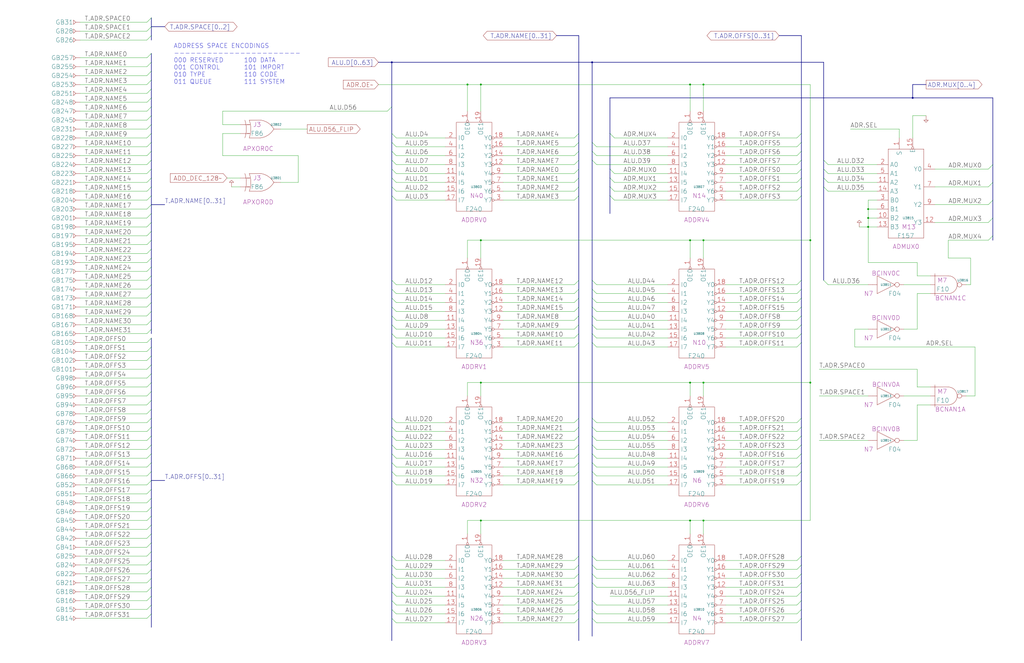
<source format=kicad_sch>
(kicad_sch (version 20230121) (generator eeschema)
  (paper "User" 584.2 378.46)
  (title_block (title "ADDRESS BUS DRIVERS") (date "15-MAR-90") (rev "1.0") (comment 1 "TYPE") (comment 2 "232-003062") (comment 3 "S400") (comment 4 "RELEASED"))
  (junction (at 274.32 218.44))
  (junction (at 462.28 218.44))
  (junction (at 393.7 48.26))
  (junction (at 393.7 137.16))
  (junction (at 393.7 297.18))
  (junction (at 274.32 137.16))
  (junction (at 520.7 55.88))
  (junction (at 274.32 48.26))
  (junction (at 266.7 48.26))
  (junction (at 337.82 35.56))
  (junction (at 495.3 124.46))
  (junction (at 495.3 129.54))
  (junction (at 401.32 48.26))
  (junction (at 401.32 297.18))
  (junction (at 495.3 119.38))
  (junction (at 401.32 137.16))
  (junction (at 393.7 218.44))
  (junction (at 274.32 297.18))
  (junction (at 401.32 218.44))
  (junction (at 223.52 35.56))
  (junction (at 462.28 137.16))
  (bus_entry (at 337.82 180.34) (size 2.54 2.54))
  (bus_entry (at 86.36 147.32) (size -2.54 2.54))
  (bus_entry (at 223.52 195.58) (size 2.54 2.54))
  (bus_entry (at 457.2 185.42) (size -2.54 2.54))
  (bus_entry (at 86.36 223.52) (size -2.54 2.54))
  (bus_entry (at 469.9 101.6) (size 2.54 2.54))
  (bus_entry (at 330.2 185.42) (size -2.54 2.54))
  (bus_entry (at 330.2 170.18) (size -2.54 2.54))
  (bus_entry (at 457.2 264.16) (size -2.54 2.54))
  (bus_entry (at 223.52 248.92) (size 2.54 2.54))
  (bus_entry (at 223.52 269.24) (size 2.54 2.54))
  (bus_entry (at 86.36 304.8) (size -2.54 2.54))
  (bus_entry (at 86.36 172.72) (size -2.54 2.54))
  (bus_entry (at 330.2 327.66) (size -2.54 2.54))
  (bus_entry (at 330.2 274.32) (size -2.54 2.54))
  (bus_entry (at 223.52 160.02) (size 2.54 2.54))
  (bus_entry (at 86.36 55.88) (size -2.54 2.54))
  (bus_entry (at 223.52 243.84) (size 2.54 2.54))
  (bus_entry (at 223.52 111.76) (size 2.54 2.54))
  (bus_entry (at 330.2 342.9) (size -2.54 2.54))
  (bus_entry (at 330.2 165.1) (size -2.54 2.54))
  (bus_entry (at 86.36 106.68) (size -2.54 2.54))
  (bus_entry (at 86.36 91.44) (size -2.54 2.54))
  (bus_entry (at 223.52 347.98) (size 2.54 2.54))
  (bus_entry (at 223.52 332.74) (size 2.54 2.54))
  (bus_entry (at 469.9 106.68) (size 2.54 2.54))
  (bus_entry (at 86.36 116.84) (size -2.54 2.54))
  (bus_entry (at 330.2 175.26) (size -2.54 2.54))
  (bus_entry (at 457.2 254) (size -2.54 2.54))
  (bus_entry (at 457.2 238.76) (size -2.54 2.54))
  (bus_entry (at 86.36 167.64) (size -2.54 2.54))
  (bus_entry (at 457.2 259.08) (size -2.54 2.54))
  (bus_entry (at 330.2 76.2) (size -2.54 2.54))
  (bus_entry (at 223.52 342.9) (size 2.54 2.54))
  (bus_entry (at 457.2 170.18) (size -2.54 2.54))
  (bus_entry (at 86.36 177.8) (size -2.54 2.54))
  (bus_entry (at 337.82 185.42) (size 2.54 2.54))
  (bus_entry (at 86.36 162.56) (size -2.54 2.54))
  (bus_entry (at 86.36 208.28) (size -2.54 2.54))
  (bus_entry (at 337.82 269.24) (size 2.54 2.54))
  (bus_entry (at 457.2 190.5) (size -2.54 2.54))
  (bus_entry (at 223.52 317.5) (size 2.54 2.54))
  (bus_entry (at 457.2 165.1) (size -2.54 2.54))
  (bus_entry (at 86.36 294.64) (size -2.54 2.54))
  (bus_entry (at 86.36 269.24) (size -2.54 2.54))
  (bus_entry (at 457.2 337.82) (size -2.54 2.54))
  (bus_entry (at 330.2 254) (size -2.54 2.54))
  (bus_entry (at 469.9 96.52) (size 2.54 2.54))
  (bus_entry (at 86.36 213.36) (size -2.54 2.54))
  (bus_entry (at 86.36 203.2) (size -2.54 2.54))
  (bus_entry (at 86.36 60.96) (size -2.54 2.54))
  (bus_entry (at 86.36 127) (size -2.54 2.54))
  (bus_entry (at 223.52 264.16) (size 2.54 2.54))
  (bus_entry (at 223.52 327.66) (size 2.54 2.54))
  (bus_entry (at 330.2 195.58) (size -2.54 2.54))
  (bus_entry (at 86.36 86.36) (size -2.54 2.54))
  (bus_entry (at 86.36 299.72) (size -2.54 2.54))
  (bus_entry (at 86.36 350.52) (size -2.54 2.54))
  (bus_entry (at 86.36 50.8) (size -2.54 2.54))
  (bus_entry (at 86.36 325.12) (size -2.54 2.54))
  (bus_entry (at 86.36 248.92) (size -2.54 2.54))
  (bus_entry (at 86.36 157.48) (size -2.54 2.54))
  (bus_entry (at 330.2 332.74) (size -2.54 2.54))
  (bus_entry (at 86.36 142.24) (size -2.54 2.54))
  (bus_entry (at 566.42 114.3) (size -2.54 2.54))
  (bus_entry (at 330.2 269.24) (size -2.54 2.54))
  (bus_entry (at 330.2 160.02) (size -2.54 2.54))
  (bus_entry (at 223.52 238.76) (size 2.54 2.54))
  (bus_entry (at 330.2 317.5) (size -2.54 2.54))
  (bus_entry (at 223.52 60.96) (size -2.54 2.54))
  (bus_entry (at 457.2 91.44) (size -2.54 2.54))
  (bus_entry (at 223.52 185.42) (size 2.54 2.54))
  (bus_entry (at 86.36 15.24) (size -2.54 2.54))
  (bus_entry (at 457.2 327.66) (size -2.54 2.54))
  (bus_entry (at 223.52 274.32) (size 2.54 2.54))
  (bus_entry (at 86.36 111.76) (size -2.54 2.54))
  (bus_entry (at 86.36 35.56) (size -2.54 2.54))
  (bus_entry (at 457.2 111.76) (size -2.54 2.54))
  (bus_entry (at 86.36 132.08) (size -2.54 2.54))
  (bus_entry (at 457.2 76.2) (size -2.54 2.54))
  (bus_entry (at 223.52 353.06) (size 2.54 2.54))
  (bus_entry (at 347.98 96.52) (size 2.54 2.54))
  (bus_entry (at 337.82 327.66) (size 2.54 2.54))
  (bus_entry (at 86.36 137.16) (size -2.54 2.54))
  (bus_entry (at 457.2 160.02) (size -2.54 2.54))
  (bus_entry (at 86.36 335.28) (size -2.54 2.54))
  (bus_entry (at 330.2 86.36) (size -2.54 2.54))
  (bus_entry (at 86.36 198.12) (size -2.54 2.54))
  (bus_entry (at 337.82 195.58) (size 2.54 2.54))
  (bus_entry (at 457.2 248.92) (size -2.54 2.54))
  (bus_entry (at 86.36 187.96) (size -2.54 2.54))
  (bus_entry (at 86.36 218.44) (size -2.54 2.54))
  (bus_entry (at 337.82 91.44) (size 2.54 2.54))
  (bus_entry (at 337.82 322.58) (size 2.54 2.54))
  (bus_entry (at 223.52 86.36) (size 2.54 2.54))
  (bus_entry (at 86.36 66.04) (size -2.54 2.54))
  (bus_entry (at 86.36 264.16) (size -2.54 2.54))
  (bus_entry (at 347.98 111.76) (size 2.54 2.54))
  (bus_entry (at 457.2 269.24) (size -2.54 2.54))
  (bus_entry (at 223.52 81.28) (size 2.54 2.54))
  (bus_entry (at 457.2 195.58) (size -2.54 2.54))
  (bus_entry (at 337.82 165.1) (size 2.54 2.54))
  (bus_entry (at 223.52 254) (size 2.54 2.54))
  (bus_entry (at 330.2 190.5) (size -2.54 2.54))
  (bus_entry (at 347.98 101.6) (size 2.54 2.54))
  (bus_entry (at 457.2 322.58) (size -2.54 2.54))
  (bus_entry (at 86.36 314.96) (size -2.54 2.54))
  (bus_entry (at 86.36 81.28) (size -2.54 2.54))
  (bus_entry (at 457.2 347.98) (size -2.54 2.54))
  (bus_entry (at 337.82 342.9) (size 2.54 2.54))
  (bus_entry (at 337.82 274.32) (size 2.54 2.54))
  (bus_entry (at 86.36 284.48) (size -2.54 2.54))
  (bus_entry (at 337.82 81.28) (size 2.54 2.54))
  (bus_entry (at 337.82 347.98) (size 2.54 2.54))
  (bus_entry (at 86.36 279.4) (size -2.54 2.54))
  (bus_entry (at 457.2 274.32) (size -2.54 2.54))
  (bus_entry (at 223.52 76.2) (size 2.54 2.54))
  (bus_entry (at 86.36 254) (size -2.54 2.54))
  (bus_entry (at 330.2 259.08) (size -2.54 2.54))
  (bus_entry (at 457.2 81.28) (size -2.54 2.54))
  (bus_entry (at 86.36 330.2) (size -2.54 2.54))
  (bus_entry (at 330.2 264.16) (size -2.54 2.54))
  (bus_entry (at 86.36 289.56) (size -2.54 2.54))
  (bus_entry (at 86.36 40.64) (size -2.54 2.54))
  (bus_entry (at 337.82 86.36) (size 2.54 2.54))
  (bus_entry (at 86.36 340.36) (size -2.54 2.54))
  (bus_entry (at 86.36 20.32) (size -2.54 2.54))
  (bus_entry (at 457.2 342.9) (size -2.54 2.54))
  (bus_entry (at 223.52 190.5) (size 2.54 2.54))
  (bus_entry (at 347.98 106.68) (size 2.54 2.54))
  (bus_entry (at 86.36 121.92) (size -2.54 2.54))
  (bus_entry (at 457.2 101.6) (size -2.54 2.54))
  (bus_entry (at 86.36 243.84) (size -2.54 2.54))
  (bus_entry (at 330.2 353.06) (size -2.54 2.54))
  (bus_entry (at 330.2 91.44) (size -2.54 2.54))
  (bus_entry (at 86.36 193.04) (size -2.54 2.54))
  (bus_entry (at 566.42 134.62) (size -2.54 2.54))
  (bus_entry (at 86.36 238.76) (size -2.54 2.54))
  (bus_entry (at 337.82 259.08) (size 2.54 2.54))
  (bus_entry (at 330.2 322.58) (size -2.54 2.54))
  (bus_entry (at 337.82 170.18) (size 2.54 2.54))
  (bus_entry (at 337.82 160.02) (size 2.54 2.54))
  (bus_entry (at 457.2 243.84) (size -2.54 2.54))
  (bus_entry (at 223.52 165.1) (size 2.54 2.54))
  (bus_entry (at 86.36 228.6) (size -2.54 2.54))
  (bus_entry (at 457.2 106.68) (size -2.54 2.54))
  (bus_entry (at 457.2 180.34) (size -2.54 2.54))
  (bus_entry (at 86.36 96.52) (size -2.54 2.54))
  (bus_entry (at 223.52 337.82) (size 2.54 2.54))
  (bus_entry (at 330.2 96.52) (size -2.54 2.54))
  (bus_entry (at 566.42 93.98) (size -2.54 2.54))
  (bus_entry (at 330.2 347.98) (size -2.54 2.54))
  (bus_entry (at 337.82 190.5) (size 2.54 2.54))
  (bus_entry (at 86.36 71.12) (size -2.54 2.54))
  (bus_entry (at 330.2 111.76) (size -2.54 2.54))
  (bus_entry (at 457.2 317.5) (size -2.54 2.54))
  (bus_entry (at 223.52 101.6) (size 2.54 2.54))
  (bus_entry (at 86.36 10.16) (size -2.54 2.54))
  (bus_entry (at 86.36 320.04) (size -2.54 2.54))
  (bus_entry (at 86.36 101.6) (size -2.54 2.54))
  (bus_entry (at 337.82 264.16) (size 2.54 2.54))
  (bus_entry (at 566.42 124.46) (size -2.54 2.54))
  (bus_entry (at 330.2 106.68) (size -2.54 2.54))
  (bus_entry (at 330.2 101.6) (size -2.54 2.54))
  (bus_entry (at 337.82 317.5) (size 2.54 2.54))
  (bus_entry (at 337.82 248.92) (size 2.54 2.54))
  (bus_entry (at 330.2 180.34) (size -2.54 2.54))
  (bus_entry (at 469.9 91.44) (size 2.54 2.54))
  (bus_entry (at 86.36 345.44) (size -2.54 2.54))
  (bus_entry (at 337.82 254) (size 2.54 2.54))
  (bus_entry (at 457.2 86.36) (size -2.54 2.54))
  (bus_entry (at 86.36 259.08) (size -2.54 2.54))
  (bus_entry (at 469.9 160.02) (size 2.54 2.54))
  (bus_entry (at 223.52 180.34) (size 2.54 2.54))
  (bus_entry (at 330.2 243.84) (size -2.54 2.54))
  (bus_entry (at 457.2 332.74) (size -2.54 2.54))
  (bus_entry (at 223.52 322.58) (size 2.54 2.54))
  (bus_entry (at 330.2 337.82) (size -2.54 2.54))
  (bus_entry (at 86.36 30.48) (size -2.54 2.54))
  (bus_entry (at 223.52 96.52) (size 2.54 2.54))
  (bus_entry (at 457.2 353.06) (size -2.54 2.54))
  (bus_entry (at 457.2 175.26) (size -2.54 2.54))
  (bus_entry (at 330.2 238.76) (size -2.54 2.54))
  (bus_entry (at 86.36 274.32) (size -2.54 2.54))
  (bus_entry (at 330.2 248.92) (size -2.54 2.54))
  (bus_entry (at 347.98 76.2) (size 2.54 2.54))
  (bus_entry (at 86.36 233.68) (size -2.54 2.54))
  (bus_entry (at 337.82 353.06) (size 2.54 2.54))
  (bus_entry (at 337.82 243.84) (size 2.54 2.54))
  (bus_entry (at 337.82 238.76) (size 2.54 2.54))
  (bus_entry (at 337.82 332.74) (size 2.54 2.54))
  (bus_entry (at 330.2 81.28) (size -2.54 2.54))
  (bus_entry (at 86.36 182.88) (size -2.54 2.54))
  (bus_entry (at 223.52 91.44) (size 2.54 2.54))
  (bus_entry (at 86.36 309.88) (size -2.54 2.54))
  (bus_entry (at 566.42 104.14) (size -2.54 2.54))
  (bus_entry (at 86.36 152.4) (size -2.54 2.54))
  (bus_entry (at 223.52 175.26) (size 2.54 2.54))
  (bus_entry (at 223.52 259.08) (size 2.54 2.54))
  (bus_entry (at 457.2 96.52) (size -2.54 2.54))
  (bus_entry (at 337.82 175.26) (size 2.54 2.54))
  (bus_entry (at 86.36 45.72) (size -2.54 2.54))
  (bus_entry (at 86.36 76.2) (size -2.54 2.54))
  (bus_entry (at 223.52 170.18) (size 2.54 2.54))
  (bus_entry (at 223.52 106.68) (size 2.54 2.54))
  (wire (pts (xy 287.02 355.6) (xy 327.66 355.6)))
  (bus (pts (xy 86.36 15.24) (xy 86.36 20.32)))
  (bus (pts (xy 86.36 142.24) (xy 86.36 147.32)))
  (bus (pts (xy 457.2 101.6) (xy 457.2 106.68)))
  (wire (pts (xy 266.7 48.26) (xy 274.32 48.26)))
  (wire (pts (xy 287.02 177.8) (xy 327.66 177.8)))
  (bus (pts (xy 86.36 218.44) (xy 86.36 223.52)))
  (wire (pts (xy 226.06 104.14) (xy 254 104.14)))
  (wire (pts (xy 393.7 48.26) (xy 401.32 48.26)))
  (wire (pts (xy 414.02 114.3) (xy 454.66 114.3)))
  (bus (pts (xy 337.82 332.74) (xy 337.82 342.9)))
  (wire (pts (xy 127 88.9) (xy 127 76.2)))
  (wire (pts (xy 274.32 137.16) (xy 274.32 147.32)))
  (bus (pts (xy 457.2 81.28) (xy 457.2 86.36)))
  (wire (pts (xy 226.06 271.78) (xy 254 271.78)))
  (wire (pts (xy 287.02 162.56) (xy 327.66 162.56)))
  (bus (pts (xy 330.2 269.24) (xy 330.2 274.32)))
  (wire (pts (xy 350.52 78.74) (xy 381 78.74)))
  (wire (pts (xy 45.72 154.94) (xy 83.82 154.94)))
  (bus (pts (xy 337.82 35.56) (xy 223.52 35.56)))
  (wire (pts (xy 45.72 139.7) (xy 83.82 139.7)))
  (bus (pts (xy 330.2 160.02) (xy 330.2 165.1)))
  (wire (pts (xy 523.24 167.64) (xy 523.24 187.96)))
  (bus (pts (xy 86.36 320.04) (xy 86.36 325.12)))
  (bus (pts (xy 86.36 111.76) (xy 86.36 116.84)))
  (bus (pts (xy 86.36 116.84) (xy 93.98 116.84)))
  (wire (pts (xy 340.36 187.96) (xy 381 187.96)))
  (bus (pts (xy 457.2 180.34) (xy 457.2 185.42)))
  (bus (pts (xy 337.82 264.16) (xy 337.82 269.24)))
  (bus (pts (xy 347.98 76.2) (xy 347.98 96.52)))
  (bus (pts (xy 86.36 35.56) (xy 86.36 40.64)))
  (wire (pts (xy 45.72 170.18) (xy 83.82 170.18)))
  (wire (pts (xy 467.36 251.46) (xy 495.3 251.46)))
  (wire (pts (xy 45.72 22.86) (xy 83.82 22.86)))
  (bus (pts (xy 86.36 162.56) (xy 86.36 167.64)))
  (wire (pts (xy 495.3 129.54) (xy 500.38 129.54)))
  (wire (pts (xy 226.06 88.9) (xy 254 88.9)))
  (bus (pts (xy 223.52 91.44) (xy 223.52 96.52)))
  (wire (pts (xy 513.08 73.66) (xy 485.14 73.66)))
  (wire (pts (xy 414.02 325.12) (xy 454.66 325.12)))
  (wire (pts (xy 414.02 256.54) (xy 454.66 256.54)))
  (wire (pts (xy 500.38 114.3) (xy 495.3 114.3)))
  (wire (pts (xy 45.72 261.62) (xy 83.82 261.62)))
  (bus (pts (xy 86.36 294.64) (xy 86.36 299.72)))
  (bus (pts (xy 86.36 30.48) (xy 86.36 35.56)))
  (wire (pts (xy 226.06 109.22) (xy 254 109.22)))
  (bus (pts (xy 566.42 93.98) (xy 566.42 104.14)))
  (bus (pts (xy 337.82 170.18) (xy 337.82 175.26)))
  (bus (pts (xy 337.82 86.36) (xy 337.82 91.44)))
  (wire (pts (xy 274.32 218.44) (xy 274.32 226.06)))
  (bus (pts (xy 223.52 274.32) (xy 223.52 317.5)))
  (bus (pts (xy 330.2 175.26) (xy 330.2 180.34)))
  (wire (pts (xy 401.32 137.16) (xy 462.28 137.16)))
  (wire (pts (xy 495.3 124.46) (xy 500.38 124.46)))
  (bus (pts (xy 337.82 238.76) (xy 337.82 243.84)))
  (wire (pts (xy 45.72 38.1) (xy 83.82 38.1)))
  (bus (pts (xy 223.52 347.98) (xy 223.52 353.06)))
  (bus (pts (xy 347.98 106.68) (xy 347.98 111.76)))
  (wire (pts (xy 226.06 350.52) (xy 254 350.52)))
  (wire (pts (xy 45.72 347.98) (xy 83.82 347.98)))
  (bus (pts (xy 86.36 127) (xy 86.36 132.08)))
  (bus (pts (xy 223.52 180.34) (xy 223.52 185.42)))
  (wire (pts (xy 45.72 144.78) (xy 83.82 144.78)))
  (bus (pts (xy 86.36 228.6) (xy 86.36 233.68)))
  (bus (pts (xy 457.2 274.32) (xy 457.2 317.5)))
  (bus (pts (xy 223.52 248.92) (xy 223.52 254)))
  (wire (pts (xy 226.06 355.6) (xy 254 355.6)))
  (bus (pts (xy 330.2 96.52) (xy 330.2 101.6)))
  (wire (pts (xy 287.02 83.82) (xy 327.66 83.82)))
  (wire (pts (xy 533.4 127) (xy 563.88 127)))
  (bus (pts (xy 86.36 284.48) (xy 86.36 289.56)))
  (bus (pts (xy 86.36 233.68) (xy 86.36 238.76)))
  (bus (pts (xy 337.82 175.26) (xy 337.82 180.34)))
  (wire (pts (xy 266.7 137.16) (xy 266.7 147.32)))
  (wire (pts (xy 340.36 325.12) (xy 381 325.12)))
  (wire (pts (xy 287.02 198.12) (xy 327.66 198.12)))
  (wire (pts (xy 287.02 193.04) (xy 327.66 193.04)))
  (wire (pts (xy 393.7 218.44) (xy 401.32 218.44)))
  (wire (pts (xy 226.06 78.74) (xy 254 78.74)))
  (bus (pts (xy 86.36 289.56) (xy 86.36 294.64)))
  (wire (pts (xy 523.24 251.46) (xy 523.24 231.14)))
  (bus (pts (xy 223.52 86.36) (xy 223.52 91.44)))
  (wire (pts (xy 523.24 210.82) (xy 467.36 210.82)))
  (wire (pts (xy 495.3 119.38) (xy 495.3 124.46)))
  (bus (pts (xy 86.36 66.04) (xy 86.36 71.12)))
  (wire (pts (xy 462.28 218.44) (xy 462.28 297.18)))
  (wire (pts (xy 287.02 172.72) (xy 327.66 172.72)))
  (wire (pts (xy 472.44 109.22) (xy 500.38 109.22)))
  (wire (pts (xy 414.02 241.3) (xy 454.66 241.3)))
  (wire (pts (xy 45.72 246.38) (xy 83.82 246.38)))
  (bus (pts (xy 223.52 322.58) (xy 223.52 327.66)))
  (wire (pts (xy 340.36 182.88) (xy 381 182.88)))
  (bus (pts (xy 86.36 254) (xy 86.36 259.08)))
  (wire (pts (xy 340.36 355.6) (xy 381 355.6)))
  (wire (pts (xy 45.72 256.54) (xy 83.82 256.54)))
  (wire (pts (xy 45.72 287.02) (xy 83.82 287.02)))
  (wire (pts (xy 226.06 193.04) (xy 254 193.04)))
  (wire (pts (xy 515.62 162.56) (xy 530.86 162.56)))
  (wire (pts (xy 45.72 205.74) (xy 83.82 205.74)))
  (bus (pts (xy 337.82 322.58) (xy 337.82 327.66)))
  (bus (pts (xy 337.82 274.32) (xy 337.82 317.5)))
  (bus (pts (xy 223.52 160.02) (xy 223.52 165.1)))
  (wire (pts (xy 287.02 109.22) (xy 327.66 109.22)))
  (bus (pts (xy 330.2 20.32) (xy 330.2 76.2)))
  (wire (pts (xy 414.02 99.06) (xy 454.66 99.06)))
  (wire (pts (xy 45.72 312.42) (xy 83.82 312.42)))
  (wire (pts (xy 414.02 246.38) (xy 454.66 246.38)))
  (bus (pts (xy 337.82 353.06) (xy 337.82 363.22)))
  (bus (pts (xy 457.2 264.16) (xy 457.2 269.24)))
  (bus (pts (xy 337.82 259.08) (xy 337.82 264.16)))
  (bus (pts (xy 457.2 195.58) (xy 457.2 238.76)))
  (bus (pts (xy 330.2 180.34) (xy 330.2 185.42)))
  (wire (pts (xy 556.26 226.06) (xy 556.26 198.12)))
  (wire (pts (xy 287.02 330.2) (xy 327.66 330.2)))
  (wire (pts (xy 533.4 116.84) (xy 563.88 116.84)))
  (bus (pts (xy 223.52 264.16) (xy 223.52 269.24)))
  (wire (pts (xy 45.72 231.14) (xy 83.82 231.14)))
  (bus (pts (xy 86.36 182.88) (xy 86.36 187.96)))
  (bus (pts (xy 337.82 317.5) (xy 337.82 322.58)))
  (wire (pts (xy 340.36 256.54) (xy 381 256.54)))
  (bus (pts (xy 86.36 274.32) (xy 93.98 274.32)))
  (bus (pts (xy 566.42 55.88) (xy 566.42 93.98)))
  (wire (pts (xy 495.3 114.3) (xy 495.3 119.38)))
  (wire (pts (xy 45.72 88.9) (xy 83.82 88.9)))
  (bus (pts (xy 330.2 170.18) (xy 330.2 175.26)))
  (wire (pts (xy 487.68 187.96) (xy 495.3 187.96)))
  (bus (pts (xy 330.2 91.44) (xy 330.2 96.52)))
  (bus (pts (xy 330.2 195.58) (xy 330.2 238.76)))
  (wire (pts (xy 226.06 99.06) (xy 254 99.06)))
  (bus (pts (xy 347.98 101.6) (xy 347.98 106.68)))
  (bus (pts (xy 457.2 111.76) (xy 457.2 160.02)))
  (bus (pts (xy 528.32 48.26) (xy 520.7 48.26)))
  (wire (pts (xy 45.72 43.18) (xy 83.82 43.18)))
  (bus (pts (xy 330.2 353.06) (xy 330.2 365.76)))
  (wire (pts (xy 472.44 99.06) (xy 500.38 99.06)))
  (wire (pts (xy 226.06 83.82) (xy 254 83.82)))
  (wire (pts (xy 340.36 266.7) (xy 381 266.7)))
  (bus (pts (xy 223.52 165.1) (xy 223.52 170.18)))
  (wire (pts (xy 226.06 187.96) (xy 254 187.96)))
  (bus (pts (xy 337.82 254) (xy 337.82 259.08)))
  (bus (pts (xy 566.42 124.46) (xy 566.42 134.62)))
  (wire (pts (xy 45.72 190.5) (xy 83.82 190.5)))
  (bus (pts (xy 223.52 238.76) (xy 223.52 243.84)))
  (wire (pts (xy 530.86 167.64) (xy 523.24 167.64)))
  (wire (pts (xy 127 76.2) (xy 137.16 76.2)))
  (bus (pts (xy 457.2 259.08) (xy 457.2 264.16)))
  (wire (pts (xy 287.02 276.86) (xy 327.66 276.86)))
  (wire (pts (xy 45.72 68.58) (xy 83.82 68.58)))
  (wire (pts (xy 266.7 137.16) (xy 274.32 137.16)))
  (bus (pts (xy 457.2 243.84) (xy 457.2 248.92)))
  (bus (pts (xy 330.2 342.9) (xy 330.2 347.98)))
  (wire (pts (xy 45.72 210.82) (xy 83.82 210.82)))
  (wire (pts (xy 170.18 104.14) (xy 170.18 88.9)))
  (bus (pts (xy 330.2 317.5) (xy 330.2 322.58)))
  (wire (pts (xy 45.72 129.54) (xy 83.82 129.54)))
  (bus (pts (xy 223.52 254) (xy 223.52 259.08)))
  (wire (pts (xy 220.98 63.5) (xy 127 63.5)))
  (bus (pts (xy 86.36 198.12) (xy 86.36 203.2)))
  (wire (pts (xy 523.24 231.14) (xy 530.86 231.14)))
  (bus (pts (xy 330.2 101.6) (xy 330.2 106.68)))
  (wire (pts (xy 340.36 241.3) (xy 381 241.3)))
  (bus (pts (xy 337.82 81.28) (xy 337.82 86.36)))
  (wire (pts (xy 495.3 119.38) (xy 500.38 119.38)))
  (bus (pts (xy 86.36 299.72) (xy 86.36 304.8)))
  (bus (pts (xy 330.2 238.76) (xy 330.2 243.84)))
  (wire (pts (xy 45.72 302.26) (xy 83.82 302.26)))
  (bus (pts (xy 86.36 121.92) (xy 86.36 127)))
  (wire (pts (xy 226.06 256.54) (xy 254 256.54)))
  (wire (pts (xy 414.02 88.9) (xy 454.66 88.9)))
  (wire (pts (xy 45.72 109.22) (xy 83.82 109.22)))
  (wire (pts (xy 414.02 350.52) (xy 454.66 350.52)))
  (wire (pts (xy 45.72 200.66) (xy 83.82 200.66)))
  (wire (pts (xy 520.7 66.04) (xy 528.32 66.04)))
  (wire (pts (xy 414.02 335.28) (xy 454.66 335.28)))
  (wire (pts (xy 45.72 342.9) (xy 83.82 342.9)))
  (bus (pts (xy 215.9 35.56) (xy 223.52 35.56)))
  (bus (pts (xy 457.2 76.2) (xy 457.2 81.28)))
  (bus (pts (xy 337.82 91.44) (xy 337.82 160.02)))
  (wire (pts (xy 414.02 167.64) (xy 454.66 167.64)))
  (wire (pts (xy 414.02 355.6) (xy 454.66 355.6)))
  (wire (pts (xy 414.02 345.44) (xy 454.66 345.44)))
  (wire (pts (xy 340.36 246.38) (xy 381 246.38)))
  (bus (pts (xy 86.36 274.32) (xy 86.36 279.4)))
  (wire (pts (xy 340.36 251.46) (xy 381 251.46)))
  (bus (pts (xy 86.36 81.28) (xy 86.36 86.36)))
  (bus (pts (xy 457.2 332.74) (xy 457.2 337.82)))
  (bus (pts (xy 86.36 101.6) (xy 86.36 106.68)))
  (wire (pts (xy 414.02 172.72) (xy 454.66 172.72)))
  (bus (pts (xy 457.2 190.5) (xy 457.2 195.58)))
  (bus (pts (xy 223.52 35.56) (xy 223.52 60.96)))
  (bus (pts (xy 330.2 190.5) (xy 330.2 195.58)))
  (bus (pts (xy 469.9 35.56) (xy 337.82 35.56)))
  (bus (pts (xy 457.2 322.58) (xy 457.2 327.66)))
  (wire (pts (xy 553.72 147.32) (xy 553.72 162.56)))
  (wire (pts (xy 467.36 226.06) (xy 495.3 226.06)))
  (bus (pts (xy 337.82 165.1) (xy 337.82 170.18)))
  (wire (pts (xy 45.72 327.66) (xy 83.82 327.66)))
  (wire (pts (xy 541.02 147.32) (xy 553.72 147.32)))
  (wire (pts (xy 523.24 157.48) (xy 523.24 149.86)))
  (wire (pts (xy 274.32 218.44) (xy 393.7 218.44)))
  (bus (pts (xy 223.52 259.08) (xy 223.52 264.16)))
  (wire (pts (xy 340.36 93.98) (xy 381 93.98)))
  (bus (pts (xy 86.36 304.8) (xy 86.36 309.88)))
  (bus (pts (xy 86.36 45.72) (xy 86.36 50.8)))
  (wire (pts (xy 226.06 261.62) (xy 254 261.62)))
  (bus (pts (xy 337.82 35.56) (xy 337.82 81.28)))
  (bus (pts (xy 223.52 353.06) (xy 223.52 365.76)))
  (wire (pts (xy 340.36 177.8) (xy 381 177.8)))
  (wire (pts (xy 462.28 137.16) (xy 462.28 218.44)))
  (wire (pts (xy 350.52 104.14) (xy 381 104.14)))
  (wire (pts (xy 287.02 261.62) (xy 327.66 261.62)))
  (wire (pts (xy 226.06 251.46) (xy 254 251.46)))
  (bus (pts (xy 457.2 353.06) (xy 457.2 365.76)))
  (bus (pts (xy 223.52 317.5) (xy 223.52 322.58)))
  (wire (pts (xy 45.72 134.62) (xy 83.82 134.62)))
  (bus (pts (xy 86.36 50.8) (xy 86.36 55.88)))
  (bus (pts (xy 86.36 20.32) (xy 86.36 22.86)))
  (wire (pts (xy 274.32 137.16) (xy 393.7 137.16)))
  (bus (pts (xy 86.36 350.52) (xy 86.36 358.14)))
  (bus (pts (xy 223.52 106.68) (xy 223.52 111.76)))
  (bus (pts (xy 457.2 20.32) (xy 457.2 76.2)))
  (wire (pts (xy 523.24 220.98) (xy 523.24 210.82)))
  (wire (pts (xy 530.86 157.48) (xy 523.24 157.48)))
  (wire (pts (xy 393.7 218.44) (xy 393.7 226.06)))
  (bus (pts (xy 86.36 132.08) (xy 86.36 137.16)))
  (bus (pts (xy 457.2 269.24) (xy 457.2 274.32)))
  (wire (pts (xy 274.32 48.26) (xy 393.7 48.26)))
  (bus (pts (xy 337.82 269.24) (xy 337.82 274.32)))
  (wire (pts (xy 414.02 109.22) (xy 454.66 109.22)))
  (bus (pts (xy 330.2 111.76) (xy 330.2 160.02)))
  (bus (pts (xy 223.52 101.6) (xy 223.52 106.68)))
  (bus (pts (xy 86.36 96.52) (xy 86.36 101.6)))
  (bus (pts (xy 469.9 96.52) (xy 469.9 91.44)))
  (wire (pts (xy 45.72 93.98) (xy 83.82 93.98)))
  (bus (pts (xy 337.82 190.5) (xy 337.82 195.58)))
  (wire (pts (xy 401.32 297.18) (xy 401.32 304.8)))
  (bus (pts (xy 86.36 279.4) (xy 86.36 284.48)))
  (wire (pts (xy 414.02 93.98) (xy 454.66 93.98)))
  (wire (pts (xy 287.02 93.98) (xy 327.66 93.98)))
  (wire (pts (xy 414.02 261.62) (xy 454.66 261.62)))
  (wire (pts (xy 45.72 266.7) (xy 83.82 266.7)))
  (bus (pts (xy 86.36 203.2) (xy 86.36 208.28)))
  (bus (pts (xy 457.2 317.5) (xy 457.2 322.58)))
  (wire (pts (xy 556.26 198.12) (xy 487.68 198.12)))
  (bus (pts (xy 86.36 345.44) (xy 86.36 350.52)))
  (wire (pts (xy 287.02 167.64) (xy 327.66 167.64)))
  (wire (pts (xy 226.06 276.86) (xy 254 276.86)))
  (wire (pts (xy 45.72 78.74) (xy 83.82 78.74)))
  (wire (pts (xy 414.02 193.04) (xy 454.66 193.04)))
  (wire (pts (xy 287.02 325.12) (xy 327.66 325.12)))
  (bus (pts (xy 223.52 337.82) (xy 223.52 342.9)))
  (wire (pts (xy 340.36 276.86) (xy 381 276.86)))
  (wire (pts (xy 45.72 160.02) (xy 83.82 160.02)))
  (bus (pts (xy 86.36 147.32) (xy 86.36 152.4)))
  (bus (pts (xy 223.52 185.42) (xy 223.52 190.5)))
  (bus (pts (xy 223.52 170.18) (xy 223.52 175.26)))
  (bus (pts (xy 469.9 106.68) (xy 469.9 101.6)))
  (wire (pts (xy 45.72 271.78) (xy 83.82 271.78)))
  (bus (pts (xy 86.36 137.16) (xy 86.36 142.24)))
  (wire (pts (xy 401.32 218.44) (xy 462.28 218.44)))
  (wire (pts (xy 495.3 124.46) (xy 495.3 129.54)))
  (wire (pts (xy 472.44 162.56) (xy 495.3 162.56)))
  (wire (pts (xy 414.02 198.12) (xy 454.66 198.12)))
  (bus (pts (xy 330.2 243.84) (xy 330.2 248.92)))
  (bus (pts (xy 86.36 152.4) (xy 86.36 157.48)))
  (wire (pts (xy 490.22 129.54) (xy 495.3 129.54)))
  (wire (pts (xy 45.72 83.82) (xy 83.82 83.82)))
  (wire (pts (xy 340.36 198.12) (xy 381 198.12)))
  (bus (pts (xy 566.42 114.3) (xy 566.42 124.46)))
  (wire (pts (xy 226.06 172.72) (xy 254 172.72)))
  (bus (pts (xy 337.82 327.66) (xy 337.82 332.74)))
  (wire (pts (xy 45.72 63.5) (xy 83.82 63.5)))
  (wire (pts (xy 414.02 340.36) (xy 454.66 340.36)))
  (bus (pts (xy 223.52 327.66) (xy 223.52 332.74)))
  (wire (pts (xy 513.08 78.74) (xy 513.08 73.66)))
  (bus (pts (xy 86.36 91.44) (xy 86.36 96.52)))
  (wire (pts (xy 226.06 330.2) (xy 254 330.2)))
  (bus (pts (xy 86.36 167.64) (xy 86.36 172.72)))
  (wire (pts (xy 45.72 215.9) (xy 83.82 215.9)))
  (wire (pts (xy 520.7 78.74) (xy 520.7 66.04)))
  (bus (pts (xy 330.2 259.08) (xy 330.2 264.16)))
  (wire (pts (xy 274.32 297.18) (xy 266.7 297.18)))
  (wire (pts (xy 45.72 149.86) (xy 83.82 149.86)))
  (wire (pts (xy 45.72 297.18) (xy 83.82 297.18)))
  (wire (pts (xy 45.72 99.06) (xy 83.82 99.06)))
  (wire (pts (xy 533.4 106.68) (xy 563.88 106.68)))
  (wire (pts (xy 226.06 177.8) (xy 254 177.8)))
  (wire (pts (xy 340.36 172.72) (xy 381 172.72)))
  (bus (pts (xy 520.7 48.26) (xy 520.7 55.88)))
  (bus (pts (xy 86.36 335.28) (xy 86.36 340.36)))
  (wire (pts (xy 340.36 162.56) (xy 381 162.56)))
  (wire (pts (xy 414.02 162.56) (xy 454.66 162.56)))
  (bus (pts (xy 86.36 330.2) (xy 86.36 335.28)))
  (wire (pts (xy 414.02 330.2) (xy 454.66 330.2)))
  (bus (pts (xy 86.36 213.36) (xy 86.36 218.44)))
  (wire (pts (xy 533.4 96.52) (xy 563.88 96.52)))
  (wire (pts (xy 287.02 266.7) (xy 327.66 266.7)))
  (bus (pts (xy 86.36 264.16) (xy 86.36 269.24)))
  (wire (pts (xy 45.72 276.86) (xy 83.82 276.86)))
  (bus (pts (xy 86.36 314.96) (xy 86.36 320.04)))
  (wire (pts (xy 287.02 99.06) (xy 327.66 99.06)))
  (wire (pts (xy 45.72 33.02) (xy 83.82 33.02)))
  (bus (pts (xy 330.2 185.42) (xy 330.2 190.5)))
  (bus (pts (xy 223.52 60.96) (xy 223.52 76.2)))
  (wire (pts (xy 553.72 162.56) (xy 551.18 162.56)))
  (bus (pts (xy 330.2 76.2) (xy 330.2 81.28)))
  (wire (pts (xy 274.32 48.26) (xy 274.32 63.5)))
  (bus (pts (xy 86.36 309.88) (xy 86.36 314.96)))
  (wire (pts (xy 45.72 114.3) (xy 83.82 114.3)))
  (bus (pts (xy 86.36 15.24) (xy 93.98 15.24)))
  (bus (pts (xy 457.2 170.18) (xy 457.2 175.26)))
  (wire (pts (xy 45.72 317.5) (xy 83.82 317.5)))
  (wire (pts (xy 414.02 271.78) (xy 454.66 271.78)))
  (bus (pts (xy 566.42 134.62) (xy 566.42 137.16)))
  (wire (pts (xy 226.06 182.88) (xy 254 182.88)))
  (wire (pts (xy 340.36 335.28) (xy 381 335.28)))
  (wire (pts (xy 530.86 220.98) (xy 523.24 220.98)))
  (bus (pts (xy 330.2 86.36) (xy 330.2 91.44)))
  (bus (pts (xy 330.2 254) (xy 330.2 259.08)))
  (wire (pts (xy 414.02 251.46) (xy 454.66 251.46)))
  (wire (pts (xy 414.02 177.8) (xy 454.66 177.8)))
  (bus (pts (xy 469.9 101.6) (xy 469.9 96.52)))
  (wire (pts (xy 287.02 335.28) (xy 327.66 335.28)))
  (bus (pts (xy 566.42 104.14) (xy 566.42 114.3)))
  (wire (pts (xy 495.3 149.86) (xy 495.3 129.54)))
  (wire (pts (xy 523.24 187.96) (xy 515.62 187.96)))
  (bus (pts (xy 444.5 20.32) (xy 457.2 20.32)))
  (wire (pts (xy 340.36 350.52) (xy 381 350.52)))
  (wire (pts (xy 45.72 292.1) (xy 83.82 292.1)))
  (bus (pts (xy 337.82 185.42) (xy 337.82 190.5)))
  (bus (pts (xy 330.2 264.16) (xy 330.2 269.24)))
  (bus (pts (xy 347.98 111.76) (xy 347.98 121.92)))
  (wire (pts (xy 462.28 297.18) (xy 401.32 297.18)))
  (bus (pts (xy 86.36 40.64) (xy 86.36 45.72)))
  (bus (pts (xy 223.52 269.24) (xy 223.52 274.32)))
  (bus (pts (xy 330.2 248.92) (xy 330.2 254)))
  (wire (pts (xy 45.72 322.58) (xy 83.82 322.58)))
  (bus (pts (xy 330.2 106.68) (xy 330.2 111.76)))
  (bus (pts (xy 86.36 177.8) (xy 86.36 182.88)))
  (wire (pts (xy 45.72 251.46) (xy 83.82 251.46)))
  (wire (pts (xy 226.06 340.36) (xy 254 340.36)))
  (bus (pts (xy 86.36 86.36) (xy 86.36 91.44)))
  (wire (pts (xy 414.02 187.96) (xy 454.66 187.96)))
  (wire (pts (xy 45.72 337.82) (xy 83.82 337.82)))
  (wire (pts (xy 132.08 106.68) (xy 137.16 106.68)))
  (bus (pts (xy 457.2 238.76) (xy 457.2 243.84)))
  (bus (pts (xy 520.7 55.88) (xy 347.98 55.88)))
  (bus (pts (xy 566.42 55.88) (xy 520.7 55.88)))
  (wire (pts (xy 340.36 320.04) (xy 381 320.04)))
  (wire (pts (xy 287.02 114.3) (xy 327.66 114.3)))
  (wire (pts (xy 45.72 165.1) (xy 83.82 165.1)))
  (bus (pts (xy 457.2 160.02) (xy 457.2 165.1)))
  (bus (pts (xy 86.36 187.96) (xy 86.36 190.5)))
  (wire (pts (xy 129.54 101.6) (xy 137.16 101.6)))
  (wire (pts (xy 160.02 104.14) (xy 170.18 104.14)))
  (wire (pts (xy 287.02 104.14) (xy 327.66 104.14)))
  (bus (pts (xy 223.52 111.76) (xy 223.52 160.02)))
  (wire (pts (xy 45.72 73.66) (xy 83.82 73.66)))
  (bus (pts (xy 469.9 160.02) (xy 469.9 106.68)))
  (wire (pts (xy 226.06 266.7) (xy 254 266.7)))
  (bus (pts (xy 330.2 81.28) (xy 330.2 86.36)))
  (wire (pts (xy 215.9 48.26) (xy 266.7 48.26)))
  (wire (pts (xy 401.32 297.18) (xy 393.7 297.18)))
  (bus (pts (xy 457.2 248.92) (xy 457.2 254)))
  (bus (pts (xy 223.52 175.26) (xy 223.52 180.34)))
  (wire (pts (xy 127 63.5) (xy 127 71.12)))
  (wire (pts (xy 226.06 93.98) (xy 254 93.98)))
  (wire (pts (xy 287.02 256.54) (xy 327.66 256.54)))
  (wire (pts (xy 274.32 297.18) (xy 274.32 304.8)))
  (wire (pts (xy 393.7 48.26) (xy 393.7 63.5)))
  (wire (pts (xy 350.52 114.3) (xy 381 114.3)))
  (bus (pts (xy 337.82 342.9) (xy 337.82 347.98)))
  (bus (pts (xy 457.2 327.66) (xy 457.2 332.74)))
  (bus (pts (xy 347.98 96.52) (xy 347.98 101.6)))
  (wire (pts (xy 266.7 218.44) (xy 266.7 226.06)))
  (wire (pts (xy 45.72 353.06) (xy 83.82 353.06)))
  (bus (pts (xy 330.2 327.66) (xy 330.2 332.74)))
  (wire (pts (xy 340.36 330.2) (xy 381 330.2)))
  (bus (pts (xy 86.36 223.52) (xy 86.36 228.6)))
  (wire (pts (xy 45.72 241.3) (xy 83.82 241.3)))
  (wire (pts (xy 414.02 182.88) (xy 454.66 182.88)))
  (bus (pts (xy 86.36 71.12) (xy 86.36 76.2)))
  (bus (pts (xy 86.36 269.24) (xy 86.36 274.32)))
  (wire (pts (xy 340.36 261.62) (xy 381 261.62)))
  (wire (pts (xy 393.7 137.16) (xy 393.7 147.32)))
  (wire (pts (xy 523.24 149.86) (xy 495.3 149.86)))
  (wire (pts (xy 563.88 137.16) (xy 541.02 137.16)))
  (wire (pts (xy 226.06 335.28) (xy 254 335.28)))
  (wire (pts (xy 45.72 307.34) (xy 83.82 307.34)))
  (wire (pts (xy 340.36 167.64) (xy 381 167.64)))
  (wire (pts (xy 266.7 297.18) (xy 266.7 304.8)))
  (bus (pts (xy 86.36 325.12) (xy 86.36 330.2)))
  (wire (pts (xy 160.02 73.66) (xy 175.26 73.66)))
  (bus (pts (xy 457.2 96.52) (xy 457.2 101.6)))
  (wire (pts (xy 350.52 99.06) (xy 381 99.06)))
  (bus (pts (xy 337.82 180.34) (xy 337.82 185.42)))
  (wire (pts (xy 45.72 53.34) (xy 83.82 53.34)))
  (bus (pts (xy 86.36 116.84) (xy 86.36 121.92)))
  (wire (pts (xy 340.36 193.04) (xy 381 193.04)))
  (bus (pts (xy 223.52 332.74) (xy 223.52 337.82)))
  (wire (pts (xy 515.62 226.06) (xy 530.86 226.06)))
  (bus (pts (xy 86.36 10.16) (xy 86.36 15.24)))
  (wire (pts (xy 226.06 167.64) (xy 254 167.64)))
  (wire (pts (xy 170.18 88.9) (xy 127 88.9)))
  (wire (pts (xy 127 71.12) (xy 137.16 71.12)))
  (wire (pts (xy 414.02 276.86) (xy 454.66 276.86)))
  (wire (pts (xy 393.7 297.18) (xy 393.7 304.8)))
  (bus (pts (xy 86.36 76.2) (xy 86.36 81.28)))
  (wire (pts (xy 401.32 137.16) (xy 401.32 147.32)))
  (wire (pts (xy 45.72 124.46) (xy 83.82 124.46)))
  (wire (pts (xy 462.28 48.26) (xy 462.28 137.16)))
  (wire (pts (xy 45.72 104.14) (xy 83.82 104.14)))
  (wire (pts (xy 472.44 93.98) (xy 500.38 93.98)))
  (wire (pts (xy 226.06 241.3) (xy 254 241.3)))
  (wire (pts (xy 226.06 246.38) (xy 254 246.38)))
  (wire (pts (xy 226.06 325.12) (xy 254 325.12)))
  (wire (pts (xy 287.02 78.74) (xy 327.66 78.74)))
  (bus (pts (xy 317.5 20.32) (xy 330.2 20.32)))
  (wire (pts (xy 226.06 320.04) (xy 254 320.04)))
  (bus (pts (xy 86.36 259.08) (xy 86.36 264.16)))
  (bus (pts (xy 337.82 160.02) (xy 337.82 165.1)))
  (bus (pts (xy 86.36 172.72) (xy 86.36 177.8)))
  (wire (pts (xy 266.7 48.26) (xy 266.7 63.5)))
  (wire (pts (xy 45.72 220.98) (xy 83.82 220.98)))
  (bus (pts (xy 86.36 55.88) (xy 86.36 60.96)))
  (bus (pts (xy 337.82 195.58) (xy 337.82 238.76)))
  (wire (pts (xy 226.06 345.44) (xy 254 345.44)))
  (bus (pts (xy 86.36 208.28) (xy 86.36 213.36)))
  (bus (pts (xy 330.2 322.58) (xy 330.2 327.66)))
  (wire (pts (xy 287.02 187.96) (xy 327.66 187.96)))
  (wire (pts (xy 414.02 320.04) (xy 454.66 320.04)))
  (wire (pts (xy 414.02 83.82) (xy 454.66 83.82)))
  (wire (pts (xy 287.02 320.04) (xy 327.66 320.04)))
  (bus (pts (xy 457.2 185.42) (xy 457.2 190.5)))
  (wire (pts (xy 287.02 345.44) (xy 327.66 345.44)))
  (wire (pts (xy 45.72 58.42) (xy 83.82 58.42)))
  (wire (pts (xy 45.72 226.06) (xy 83.82 226.06)))
  (bus (pts (xy 330.2 347.98) (xy 330.2 353.06)))
  (bus (pts (xy 337.82 243.84) (xy 337.82 248.92)))
  (wire (pts (xy 287.02 246.38) (xy 327.66 246.38)))
  (wire (pts (xy 340.36 88.9) (xy 381 88.9)))
  (wire (pts (xy 287.02 241.3) (xy 327.66 241.3)))
  (bus (pts (xy 457.2 86.36) (xy 457.2 91.44)))
  (wire (pts (xy 472.44 104.14) (xy 500.38 104.14)))
  (wire (pts (xy 350.52 109.22) (xy 381 109.22)))
  (wire (pts (xy 226.06 198.12) (xy 254 198.12)))
  (bus (pts (xy 457.2 347.98) (xy 457.2 353.06)))
  (wire (pts (xy 347.98 340.36) (xy 381 340.36)))
  (wire (pts (xy 541.02 137.16) (xy 541.02 147.32)))
  (wire (pts (xy 401.32 48.26) (xy 401.32 63.5)))
  (wire (pts (xy 414.02 78.74) (xy 454.66 78.74)))
  (wire (pts (xy 45.72 175.26) (xy 83.82 175.26)))
  (wire (pts (xy 287.02 251.46) (xy 327.66 251.46)))
  (bus (pts (xy 223.52 342.9) (xy 223.52 347.98)))
  (bus (pts (xy 330.2 274.32) (xy 330.2 317.5)))
  (wire (pts (xy 401.32 218.44) (xy 401.32 226.06)))
  (bus (pts (xy 86.36 193.04) (xy 86.36 198.12)))
  (bus (pts (xy 86.36 60.96) (xy 86.36 66.04)))
  (bus (pts (xy 86.36 106.68) (xy 86.36 111.76)))
  (bus (pts (xy 223.52 81.28) (xy 223.52 86.36)))
  (wire (pts (xy 287.02 340.36) (xy 327.66 340.36)))
  (bus (pts (xy 330.2 337.82) (xy 330.2 342.9)))
  (wire (pts (xy 551.18 226.06) (xy 556.26 226.06)))
  (wire (pts (xy 287.02 350.52) (xy 327.66 350.52)))
  (bus (pts (xy 457.2 106.68) (xy 457.2 111.76)))
  (wire (pts (xy 45.72 332.74) (xy 83.82 332.74)))
  (wire (pts (xy 287.02 182.88) (xy 327.66 182.88)))
  (bus (pts (xy 457.2 342.9) (xy 457.2 347.98)))
  (bus (pts (xy 86.36 248.92) (xy 86.36 254)))
  (wire (pts (xy 340.36 271.78) (xy 381 271.78)))
  (bus (pts (xy 223.52 190.5) (xy 223.52 195.58)))
  (wire (pts (xy 393.7 297.18) (xy 274.32 297.18)))
  (bus (pts (xy 330.2 165.1) (xy 330.2 170.18)))
  (wire (pts (xy 45.72 236.22) (xy 83.82 236.22)))
  (bus (pts (xy 469.9 91.44) (xy 469.9 35.56)))
  (wire (pts (xy 340.36 345.44) (xy 381 345.44)))
  (wire (pts (xy 45.72 180.34) (xy 83.82 180.34)))
  (bus (pts (xy 223.52 243.84) (xy 223.52 248.92)))
  (bus (pts (xy 86.36 340.36) (xy 86.36 345.44)))
  (bus (pts (xy 347.98 55.88) (xy 347.98 76.2)))
  (bus (pts (xy 86.36 157.48) (xy 86.36 162.56)))
  (bus (pts (xy 457.2 165.1) (xy 457.2 170.18)))
  (wire (pts (xy 45.72 12.7) (xy 83.82 12.7)))
  (wire (pts (xy 45.72 195.58) (xy 83.82 195.58)))
  (bus (pts (xy 337.82 347.98) (xy 337.82 353.06)))
  (wire (pts (xy 45.72 48.26) (xy 83.82 48.26)))
  (wire (pts (xy 393.7 137.16) (xy 401.32 137.16)))
  (bus (pts (xy 223.52 96.52) (xy 223.52 101.6)))
  (wire (pts (xy 266.7 218.44) (xy 274.32 218.44)))
  (bus (pts (xy 457.2 175.26) (xy 457.2 180.34)))
  (bus (pts (xy 457.2 337.82) (xy 457.2 342.9)))
  (wire (pts (xy 45.72 17.78) (xy 83.82 17.78)))
  (wire (pts (xy 414.02 104.14) (xy 454.66 104.14)))
  (wire (pts (xy 226.06 162.56) (xy 254 162.56)))
  (bus (pts (xy 330.2 332.74) (xy 330.2 337.82)))
  (bus (pts (xy 457.2 254) (xy 457.2 259.08)))
  (wire (pts (xy 340.36 83.82) (xy 381 83.82)))
  (wire (pts (xy 45.72 119.38) (xy 83.82 119.38)))
  (bus (pts (xy 457.2 91.44) (xy 457.2 96.52)))
  (bus (pts (xy 223.52 195.58) (xy 223.52 238.76)))
  (wire (pts (xy 515.62 251.46) (xy 523.24 251.46)))
  (bus (pts (xy 86.36 238.76) (xy 86.36 243.84)))
  (bus (pts (xy 86.36 243.84) (xy 86.36 248.92)))
  (wire (pts (xy 287.02 88.9) (xy 327.66 88.9)))
  (wire (pts (xy 226.06 114.3) (xy 254 114.3)))
  (bus (pts (xy 223.52 76.2) (xy 223.52 81.28)))
  (wire (pts (xy 45.72 281.94) (xy 83.82 281.94)))
  (wire (pts (xy 401.32 48.26) (xy 462.28 48.26)))
  (bus (pts (xy 337.82 248.92) (xy 337.82 254)))
  (wire (pts (xy 45.72 185.42) (xy 83.82 185.42)))
  (wire (pts (xy 487.68 198.12) (xy 487.68 187.96)))
  (wire (pts (xy 414.02 266.7) (xy 454.66 266.7)))
  (wire (pts (xy 287.02 271.78) (xy 327.66 271.78)))
  (text "ADDRESS SPACE ENCODINGS\n-----------------------\n000 RESERVED	100 DATA\n001 CONTROL		101 IMPORT\n010 TYPE		110 CODE\n011 QUEUE		111 SYSTEM" (at 99.06 48.26 0) (effects (font (size 2.54 2.54)) (justify left bottom)))
  (label "T.ADR.OFFS14" (at 48.26 266.7 0) (effects (font (size 2.54 2.54))))
  (label "ALU.D29" (at 231.14 325.12 0) (effects (font (size 2.54 2.54))))
  (label "ALU.D43" (at 358.14 198.12 0) (effects (font (size 2.54 2.54))))
  (label "T.ADR.NAME17" (at 294.64 266.7 0) (effects (font (size 2.54 2.54))))
  (label "ALU.D49" (at 358.14 266.7 0) (effects (font (size 2.54 2.54))))
  (label "T.ADR.OFFS5" (at 421.64 83.82 0) (effects (font (size 2.54 2.54))))
  (label "ALU.D36" (at 474.98 162.56 0) (effects (font (size 2.54 2.54))))
  (label "ALU.D19" (at 231.14 276.86 0) (effects (font (size 2.54 2.54))))
  (label "ADR.SEL" (at 485.14 73.66 0) (effects (font (size 2.54 2.54))))
  (label "ALU.D10" (at 231.14 193.04 0) (effects (font (size 2.54 2.54))))
  (label "T.ADR.OFFS10" (at 421.64 193.04 0) (effects (font (size 2.54 2.54))))
  (label "ALU.D59" (at 358.14 355.6 0) (effects (font (size 2.54 2.54))))
  (label "ALU.D1" (at 231.14 104.14 0) (effects (font (size 2.54 2.54))))
  (label "ALU.D30" (at 231.14 330.2 0) (effects (font (size 2.54 2.54))))
  (label "ADR.MUX4" (at 355.6 78.74 0) (effects (font (size 2.54 2.54))))
  (label "T.ADR.OFFS24" (at 48.26 317.5 0) (effects (font (size 2.54 2.54))))
  (label "ALU.D17" (at 231.14 266.7 0) (effects (font (size 2.54 2.54))))
  (label "ALU.D62" (at 358.14 330.2 0) (effects (font (size 2.54 2.54))))
  (label "ALU.D16" (at 231.14 261.62 0) (effects (font (size 2.54 2.54))))
  (label "T.ADR.NAME7" (at 294.64 93.98 0) (effects (font (size 2.54 2.54))))
  (label "T.ADR.NAME14" (at 48.26 104.14 0) (effects (font (size 2.54 2.54))))
  (label "ALU.D25" (at 231.14 345.44 0) (effects (font (size 2.54 2.54))))
  (label "ALU.D58" (at 358.14 350.52 0) (effects (font (size 2.54 2.54))))
  (label "T.ADR.NAME16" (at 294.64 261.62 0) (effects (font (size 2.54 2.54))))
  (label "T.ADR.NAME20" (at 294.64 241.3 0) (effects (font (size 2.54 2.54))))
  (label "T.ADR.NAME24" (at 294.64 340.36 0) (effects (font (size 2.54 2.54))))
  (label "ALU.D15" (at 231.14 177.8 0) (effects (font (size 2.54 2.54))))
  (label "T.ADR.OFFS20" (at 48.26 297.18 0) (effects (font (size 2.54 2.54))))
  (label "ALU.D5" (at 231.14 83.82 0) (effects (font (size 2.54 2.54))))
  (label "T.ADR.OFFS22" (at 48.26 307.34 0) (effects (font (size 2.54 2.54))))
  (label "ALU.D14" (at 231.14 172.72 0) (effects (font (size 2.54 2.54))))
  (label "T.ADR.OFFS23" (at 48.26 312.42 0) (effects (font (size 2.54 2.54))))
  (label "T.ADR.NAME29" (at 294.64 325.12 0) (effects (font (size 2.54 2.54))))
  (label "T.ADR.NAME[0..31]" (at 93.98 116.84 0) (effects (font (size 2.54 2.54))))
  (label "T.ADR.NAME27" (at 294.64 355.6 0) (effects (font (size 2.54 2.54))))
  (label "ALU.D22" (at 231.14 251.46 0) (effects (font (size 2.54 2.54))))
  (label "T.ADR.OFFS18" (at 48.26 287.02 0) (effects (font (size 2.54 2.54))))
  (label "T.ADR.OFFS21" (at 48.26 302.26 0) (effects (font (size 2.54 2.54))))
  (label "T.ADR.OFFS17" (at 421.64 266.7 0) (effects (font (size 2.54 2.54))))
  (label "T.ADR.OFFS2" (at 48.26 205.74 0) (effects (font (size 2.54 2.54))))
  (label "T.ADR.NAME30" (at 294.64 330.2 0) (effects (font (size 2.54 2.54))))
  (label "T.ADR.NAME3" (at 48.26 48.26 0) (effects (font (size 2.54 2.54))))
  (label "ALU.D38" (at 355.6 88.9 0) (effects (font (size 2.54 2.54))))
  (label "T.ADR.NAME18" (at 294.64 271.78 0) (effects (font (size 2.54 2.54))))
  (label "T.ADR.OFFS25" (at 48.26 322.58 0) (effects (font (size 2.54 2.54))))
  (label "T.ADR.NAME3" (at 294.64 114.3 0) (effects (font (size 2.54 2.54))))
  (label "T.ADR.NAME13" (at 48.26 99.06 0) (effects (font (size 2.54 2.54))))
  (label "T.ADR.NAME8" (at 294.64 182.88 0) (effects (font (size 2.54 2.54))))
  (label "ALU.D2" (at 231.14 109.22 0) (effects (font (size 2.54 2.54))))
  (label "T.ADR.OFFS4" (at 421.64 78.74 0) (effects (font (size 2.54 2.54))))
  (label "T.ADR.OFFS12" (at 421.64 162.56 0) (effects (font (size 2.54 2.54))))
  (label "T.ADR.NAME0" (at 294.64 99.06 0) (effects (font (size 2.54 2.54))))
  (label "ADR.MUX0" (at 541.02 96.52 0) (effects (font (size 2.54 2.54))))
  (label "T.ADR.OFFS11" (at 421.64 198.12 0) (effects (font (size 2.54 2.54))))
  (label "T.ADR.OFFS3" (at 48.26 210.82 0) (effects (font (size 2.54 2.54))))
  (label "T.ADR.OFFS23" (at 421.64 256.54 0) (effects (font (size 2.54 2.54))))
  (label "T.ADR.NAME9" (at 48.26 78.74 0) (effects (font (size 2.54 2.54))))
  (label "ADR.MUX1" (at 355.6 104.14 0) (effects (font (size 2.54 2.54))))
  (label "T.ADR.NAME30" (at 48.26 185.42 0) (effects (font (size 2.54 2.54))))
  (label "T.ADR.OFFS1" (at 48.26 200.66 0) (effects (font (size 2.54 2.54))))
  (label "T.ADR.NAME25" (at 48.26 160.02 0) (effects (font (size 2.54 2.54))))
  (label "T.ADR.NAME1" (at 294.64 104.14 0) (effects (font (size 2.54 2.54))))
  (label "T.ADR.OFFS22" (at 421.64 251.46 0) (effects (font (size 2.54 2.54))))
  (label "T.ADR.SPACE0" (at 467.36 210.82 0) (effects (font (size 2.54 2.54))))
  (label "T.ADR.SPACE2" (at 467.36 251.46 0) (effects (font (size 2.54 2.54))))
  (label "ALU.D41" (at 358.14 187.96 0) (effects (font (size 2.54 2.54))))
  (label "ADR.MUX2" (at 355.6 109.22 0) (effects (font (size 2.54 2.54))))
  (label "T.ADR.SPACE2" (at 48.26 22.86 0) (effects (font (size 2.54 2.54))))
  (label "T.ADR.OFFS9" (at 421.64 187.96 0) (effects (font (size 2.54 2.54))))
  (label "T.ADR.NAME8" (at 48.26 73.66 0) (effects (font (size 2.54 2.54))))
  (label "T.ADR.OFFS15" (at 48.26 271.78 0) (effects (font (size 2.54 2.54))))
  (label "T.ADR.OFFS26" (at 421.64 350.52 0) (effects (font (size 2.54 2.54))))
  (label "T.ADR.SPACE1" (at 467.36 226.06 0) (effects (font (size 2.54 2.54))))
  (label "T.ADR.OFFS30" (at 421.64 330.2 0) (effects (font (size 2.54 2.54))))
  (label "ALU.D47" (at 358.14 177.8 0) (effects (font (size 2.54 2.54))))
  (label "ADR.MUX3" (at 541.02 127 0) (effects (font (size 2.54 2.54))))
  (label "T.ADR.OFFS27" (at 48.26 332.74 0) (effects (font (size 2.54 2.54))))
  (label "ADR.MUX4" (at 541.02 137.16 0) (effects (font (size 2.54 2.54))))
  (label "T.ADR.OFFS15" (at 421.64 177.8 0) (effects (font (size 2.54 2.54))))
  (label "ALU.D31" (at 231.14 335.28 0) (effects (font (size 2.54 2.54))))
  (label "ALU.D63" (at 358.14 335.28 0) (effects (font (size 2.54 2.54))))
  (label "ALU.D44" (at 358.14 162.56 0) (effects (font (size 2.54 2.54))))
  (label "T.ADR.OFFS21" (at 421.64 246.38 0) (effects (font (size 2.54 2.54))))
  (label "T.ADR.OFFS11" (at 48.26 251.46 0) (effects (font (size 2.54 2.54))))
  (label "ALU.D35" (at 477.52 109.22 0) (effects (font (size 2.54 2.54))))
  (label "ALU.D45" (at 358.14 167.64 0) (effects (font (size 2.54 2.54))))
  (label "ALU.D11" (at 231.14 198.12 0) (effects (font (size 2.54 2.54))))
  (label "T.ADR.OFFS7" (at 48.26 231.14 0) (effects (font (size 2.54 2.54))))
  (label "T.ADR.NAME26" (at 48.26 165.1 0) (effects (font (size 2.54 2.54))))
  (label "T.ADR.NAME2" (at 48.26 43.18 0) (effects (font (size 2.54 2.54))))
  (label "ALU.D27" (at 231.14 355.6 0) (effects (font (size 2.54 2.54))))
  (label "ALU.D6" (at 231.14 88.9 0) (effects (font (size 2.54 2.54))))
  (label "T.ADR.NAME24" (at 48.26 154.94 0) (effects (font (size 2.54 2.54))))
  (label "ALU.D56_FLIP" (at 347.98 340.36 0) (effects (font (size 2.54 2.54))))
  (label "ALU.D21" (at 231.14 246.38 0) (effects (font (size 2.54 2.54))))
  (label "T.ADR.OFFS20" (at 421.64 241.3 0) (effects (font (size 2.54 2.54))))
  (label "T.ADR.NAME13" (at 294.64 167.64 0) (effects (font (size 2.54 2.54))))
  (label "T.ADR.SPACE0" (at 48.26 12.7 0) (effects (font (size 2.54 2.54))))
  (label "ALU.D13" (at 231.14 167.64 0) (effects (font (size 2.54 2.54))))
  (label "T.ADR.OFFS12" (at 48.26 256.54 0) (effects (font (size 2.54 2.54))))
  (label "T.ADR.NAME0" (at 48.26 33.02 0) (effects (font (size 2.54 2.54))))
  (label "ALU.D24" (at 231.14 340.36 0) (effects (font (size 2.54 2.54))))
  (label "T.ADR.NAME10" (at 48.26 83.82 0) (effects (font (size 2.54 2.54))))
  (label "T.ADR.OFFS28" (at 48.26 337.82 0) (effects (font (size 2.54 2.54))))
  (label "T.ADR.NAME26" (at 294.64 350.52 0) (effects (font (size 2.54 2.54))))
  (label "T.ADR.NAME28" (at 294.64 320.04 0) (effects (font (size 2.54 2.54))))
  (label "T.ADR.OFFS0" (at 48.26 195.58 0) (effects (font (size 2.54 2.54))))
  (label "T.ADR.OFFS6" (at 48.26 226.06 0) (effects (font (size 2.54 2.54))))
  (label "T.ADR.NAME4" (at 294.64 78.74 0) (effects (font (size 2.54 2.54))))
  (label "ALU.D18" (at 231.14 271.78 0) (effects (font (size 2.54 2.54))))
  (label "T.ADR.NAME1" (at 48.26 38.1 0) (effects (font (size 2.54 2.54))))
  (label "T.ADR.NAME2" (at 294.64 109.22 0) (effects (font (size 2.54 2.54))))
  (label "T.ADR.NAME20" (at 48.26 134.62 0) (effects (font (size 2.54 2.54))))
  (label "T.ADR.NAME29" (at 48.26 180.34 0) (effects (font (size 2.54 2.54))))
  (label "T.ADR.SPACE1" (at 48.26 17.78 0) (effects (font (size 2.54 2.54))))
  (label "T.ADR.OFFS29" (at 421.64 325.12 0) (effects (font (size 2.54 2.54))))
  (label "T.ADR.NAME25" (at 294.64 345.44 0) (effects (font (size 2.54 2.54))))
  (label "ALU.D34" (at 477.52 104.14 0) (effects (font (size 2.54 2.54))))
  (label "T.ADR.NAME22" (at 294.64 251.46 0) (effects (font (size 2.54 2.54))))
  (label "T.ADR.NAME23" (at 48.26 149.86 0) (effects (font (size 2.54 2.54))))
  (label "T.ADR.OFFS8" (at 48.26 236.22 0) (effects (font (size 2.54 2.54))))
  (label "ALU.D37" (at 355.6 83.82 0) (effects (font (size 2.54 2.54))))
  (label "T.ADR.NAME5" (at 48.26 58.42 0) (effects (font (size 2.54 2.54))))
  (label "T.ADR.OFFS8" (at 421.64 182.88 0) (effects (font (size 2.54 2.54))))
  (label "ADR.SEL" (at 528.32 198.12 0) (effects (font (size 2.54 2.54))))
  (label "T.ADR.NAME18" (at 48.26 124.46 0) (effects (font (size 2.54 2.54))))
  (label "T.ADR.NAME27" (at 48.26 170.18 0) (effects (font (size 2.54 2.54))))
  (label "ALU.D9" (at 231.14 187.96 0) (effects (font (size 2.54 2.54))))
  (label "T.ADR.NAME4" (at 48.26 53.34 0) (effects (font (size 2.54 2.54))))
  (label "T.ADR.NAME5" (at 294.64 83.82 0) (effects (font (size 2.54 2.54))))
  (label "ALU.D32" (at 477.52 93.98 0) (effects (font (size 2.54 2.54))))
  (label "T.ADR.OFFS10" (at 48.26 246.38 0) (effects (font (size 2.54 2.54))))
  (label "T.ADR.NAME21" (at 48.26 139.7 0) (effects (font (size 2.54 2.54))))
  (label "T.ADR.NAME11" (at 294.64 198.12 0) (effects (font (size 2.54 2.54))))
  (label "ALU.D8" (at 231.14 182.88 0) (effects (font (size 2.54 2.54))))
  (label "ALU.D7" (at 231.14 93.98 0) (effects (font (size 2.54 2.54))))
  (label "T.ADR.NAME12" (at 294.64 162.56 0) (effects (font (size 2.54 2.54))))
  (label "ALU.D12" (at 231.14 162.56 0) (effects (font (size 2.54 2.54))))
  (label "T.ADR.NAME23" (at 294.64 256.54 0) (effects (font (size 2.54 2.54))))
  (label "T.ADR.NAME17" (at 48.26 119.38 0) (effects (font (size 2.54 2.54))))
  (label "T.ADR.NAME11" (at 48.26 88.9 0) (effects (font (size 2.54 2.54))))
  (label "T.ADR.NAME28" (at 48.26 175.26 0) (effects (font (size 2.54 2.54))))
  (label "ADR.MUX3" (at 355.6 114.3 0) (effects (font (size 2.54 2.54))))
  (label "T.ADR.OFFS27" (at 421.64 355.6 0) (effects (font (size 2.54 2.54))))
  (label "T.ADR.NAME31" (at 294.64 335.28 0) (effects (font (size 2.54 2.54))))
  (label "ADR.MUX2" (at 541.02 116.84 0) (effects (font (size 2.54 2.54))))
  (label "T.ADR.OFFS19" (at 48.26 292.1 0) (effects (font (size 2.54 2.54))))
  (label "T.ADR.OFFS18" (at 421.64 271.78 0) (effects (font (size 2.54 2.54))))
  (label "T.ADR.OFFS0" (at 421.64 99.06 0) (effects (font (size 2.54 2.54))))
  (label "T.ADR.OFFS29" (at 48.26 342.9 0) (effects (font (size 2.54 2.54))))
  (label "ALU.D51" (at 358.14 276.86 0) (effects (font (size 2.54 2.54))))
  (label "T.ADR.NAME31" (at 48.26 190.5 0) (effects (font (size 2.54 2.54))))
  (label "T.ADR.NAME15" (at 294.64 177.8 0) (effects (font (size 2.54 2.54))))
  (label "ALU.D33" (at 477.52 99.06 0) (effects (font (size 2.54 2.54))))
  (label "T.ADR.NAME10" (at 294.64 193.04 0) (effects (font (size 2.54 2.54))))
  (label "T.ADR.OFFS31" (at 421.64 335.28 0) (effects (font (size 2.54 2.54))))
  (label "T.ADR.OFFS[0..31]" (at 93.98 274.32 0) (effects (font (size 2.54 2.54))))
  (label "ALU.D55" (at 358.14 256.54 0) (effects (font (size 2.54 2.54))))
  (label "ALU.D54" (at 358.14 251.46 0) (effects (font (size 2.54 2.54))))
  (label "ADR.MUX0" (at 355.6 99.06 0) (effects (font (size 2.54 2.54))))
  (label "ALU.D42" (at 358.14 193.04 0) (effects (font (size 2.54 2.54))))
  (label "T.ADR.OFFS14" (at 421.64 172.72 0) (effects (font (size 2.54 2.54))))
  (label "T.ADR.NAME7" (at 48.26 68.58 0) (effects (font (size 2.54 2.54))))
  (label "T.ADR.NAME14" (at 294.64 172.72 0) (effects (font (size 2.54 2.54))))
  (label "T.ADR.OFFS17" (at 48.26 281.94 0) (effects (font (size 2.54 2.54))))
  (label "ALU.D52" (at 358.14 241.3 0) (effects (font (size 2.54 2.54))))
  (label "T.ADR.NAME19" (at 294.64 276.86 0) (effects (font (size 2.54 2.54))))
  (label "ALU.D56" (at 187.96 63.5 0) (effects (font (size 2.54 2.54))))
  (label "ALU.D23" (at 231.14 256.54 0) (effects (font (size 2.54 2.54))))
  (label "T.ADR.OFFS3" (at 421.64 114.3 0) (effects (font (size 2.54 2.54))))
  (label "T.ADR.NAME6" (at 48.26 63.5 0) (effects (font (size 2.54 2.54))))
  (label "T.ADR.OFFS7" (at 421.64 93.98 0) (effects (font (size 2.54 2.54))))
  (label "ALU.D26" (at 231.14 350.52 0) (effects (font (size 2.54 2.54))))
  (label "T.ADR.OFFS6" (at 421.64 88.9 0) (effects (font (size 2.54 2.54))))
  (label "T.ADR.OFFS30" (at 48.26 347.98 0) (effects (font (size 2.54 2.54))))
  (label "ALU.D4" (at 231.14 78.74 0) (effects (font (size 2.54 2.54))))
  (label "T.ADR.OFFS5" (at 48.26 220.98 0) (effects (font (size 2.54 2.54))))
  (label "T.ADR.OFFS9" (at 48.26 241.3 0) (effects (font (size 2.54 2.54))))
  (label "ALU.D57" (at 358.14 345.44 0) (effects (font (size 2.54 2.54))))
  (label "ADR.MUX1" (at 541.02 106.68 0) (effects (font (size 2.54 2.54))))
  (label "T.ADR.NAME9" (at 294.64 187.96 0) (effects (font (size 2.54 2.54))))
  (label "ALU.D46" (at 358.14 172.72 0) (effects (font (size 2.54 2.54))))
  (label "T.ADR.OFFS26" (at 48.26 327.66 0) (effects (font (size 2.54 2.54))))
  (label "ALU.D3" (at 231.14 114.3 0) (effects (font (size 2.54 2.54))))
  (label "ALU.D40" (at 358.14 182.88 0) (effects (font (size 2.54 2.54))))
  (label "ALU.D20" (at 231.14 241.3 0) (effects (font (size 2.54 2.54))))
  (label "ALU.D61" (at 358.14 325.12 0) (effects (font (size 2.54 2.54))))
  (label "T.ADR.NAME22" (at 48.26 144.78 0) (effects (font (size 2.54 2.54))))
  (label "ALU.D28" (at 231.14 320.04 0) (effects (font (size 2.54 2.54))))
  (label "T.ADR.NAME12" (at 48.26 93.98 0) (effects (font (size 2.54 2.54))))
  (label "ALU.D60" (at 358.14 320.04 0) (effects (font (size 2.54 2.54))))
  (label "T.ADR.OFFS2" (at 421.64 109.22 0) (effects (font (size 2.54 2.54))))
  (label "ALU.D50" (at 358.14 271.78 0) (effects (font (size 2.54 2.54))))
  (label "ALU.D53" (at 358.14 246.38 0) (effects (font (size 2.54 2.54))))
  (label "ALU.D48" (at 358.14 261.62 0) (effects (font (size 2.54 2.54))))
  (label "ALU.D39" (at 355.6 93.98 0) (effects (font (size 2.54 2.54))))
  (label "T.ADR.OFFS4" (at 48.26 215.9 0) (effects (font (size 2.54 2.54))))
  (label "T.ADR.OFFS19" (at 421.64 276.86 0) (effects (font (size 2.54 2.54))))
  (label "T.ADR.OFFS1" (at 421.64 104.14 0) (effects (font (size 2.54 2.54))))
  (label "T.ADR.OFFS16" (at 421.64 261.62 0) (effects (font (size 2.54 2.54))))
  (label "T.ADR.OFFS24" (at 421.64 340.36 0) (effects (font (size 2.54 2.54))))
  (label "T.ADR.NAME19" (at 48.26 129.54 0) (effects (font (size 2.54 2.54))))
  (label "T.ADR.OFFS13" (at 48.26 261.62 0) (effects (font (size 2.54 2.54))))
  (label "T.ADR.OFFS28" (at 421.64 320.04 0) (effects (font (size 2.54 2.54))))
  (label "ALU.D0" (at 231.14 99.06 0) (effects (font (size 2.54 2.54))))
  (label "T.ADR.OFFS13" (at 421.64 167.64 0) (effects (font (size 2.54 2.54))))
  (label "T.ADR.OFFS25" (at 421.64 345.44 0) (effects (font (size 2.54 2.54))))
  (label "T.ADR.OFFS31" (at 48.26 353.06 0) (effects (font (size 2.54 2.54))))
  (label "T.ADR.NAME16" (at 48.26 114.3 0) (effects (font (size 2.54 2.54))))
  (label "T.ADR.NAME15" (at 48.26 109.22 0) (effects (font (size 2.54 2.54))))
  (label "T.ADR.NAME21" (at 294.64 246.38 0) (effects (font (size 2.54 2.54))))
  (label "T.ADR.OFFS16" (at 48.26 276.86 0) (effects (font (size 2.54 2.54))))
  (label "T.ADR.NAME6" (at 294.64 88.9 0) (effects (font (size 2.54 2.54))))
  (global_label "ADD_DEC_128~" (shape input) (at 129.54 101.6 180) (effects (font (size 2.54 2.54))) (property "Intersheetrefs" "${INTERSHEET_REFS}" (at 97.1369 101.4413 0) (effects (font (size 1.905 1.905)) (justify right))))
  (global_label "ALU.D56_FLIP" (shape output) (at 175.26 73.66 0) (effects (font (size 2.54 2.54))) (property "Intersheetrefs" "${INTERSHEET_REFS}" (at 205.486 73.5013 0) (effects (font (size 1.905 1.905)) (justify left))))
  (global_label "T.ADR.NAME[0..31]" (shape bidirectional) (at 317.5 20.32 180) (effects (font (size 2.54 2.54))) (property "Intersheetrefs" "${INTERSHEET_REFS}" (at 277.9607 20.1613 0) (effects (font (size 1.905 1.905)) (justify right))))
  (global_label "ADR.OE~" (shape input) (at 215.9 48.26 180) (effects (font (size 2.54 2.54))) (property "Intersheetrefs" "${INTERSHEET_REFS}" (at 195.834 48.1013 0) (effects (font (size 1.905 1.905)) (justify right))))
  (global_label "ALU.D[0..63]" (shape input) (at 215.9 35.56 180) (effects (font (size 2.54 2.54))) (property "Intersheetrefs" "${INTERSHEET_REFS}" (at 187.3673 35.4013 0) (effects (font (size 1.905 1.905)) (justify right))))
  (global_label "T.ADR.SPACE[0..2]" (shape bidirectional) (at 93.98 15.24 0) (effects (font (size 2.54 2.54))) (property "Intersheetrefs" "${INTERSHEET_REFS}" (at 133.0355 15.0813 0) (effects (font (size 1.905 1.905)) (justify left))))
  (global_label "T.ADR.OFFS[0..31]" (shape bidirectional) (at 444.5 20.32 180) (effects (font (size 2.54 2.54))) (property "Intersheetrefs" "${INTERSHEET_REFS}" (at 405.5654 20.1613 0) (effects (font (size 1.905 1.905)) (justify right))))
  (global_label "ADR.MUX[0..4]" (shape output) (at 528.32 48.26 0) (effects (font (size 2.54 2.54))) (property "Intersheetrefs" "${INTERSHEET_REFS}" (at 560.2393 48.1013 0) (effects (font (size 1.905 1.905)) (justify left))))
  (symbol (lib_id "r1000:GB") (at 45.72 281.94 0) (mirror y) (unit 1)
    (property "Reference" "GB51" (at 41.91 281.94 0) (effects (font (size 2.54 2.54)) (justify left)))
    (property "Value" "GB" (effects hide))
  )
  (symbol (lib_id "r1000:GB") (at 45.72 17.78 0) (mirror y) (unit 1)
    (property "Reference" "GB28" (at 41.91 17.78 0) (effects (font (size 2.54 2.54)) (justify left)))
    (property "Value" "GB" (effects hide))
  )
  (symbol (lib_id "r1000:GB") (at 45.72 246.38 0) (mirror y) (unit 1)
    (property "Reference" "GB75" (at 41.91 246.38 0) (effects (font (size 2.54 2.54)) (justify left)))
    (property "Value" "GB" (effects hide))
  )
  (symbol (lib_id "r1000:GB") (at 45.72 175.26 0) (mirror y) (unit 1)
    (property "Reference" "GB171" (at 41.91 175.26 0) (effects (font (size 2.54 2.54)) (justify left)))
    (property "Value" "GB" (effects hide))
  )
  (symbol (lib_id "r1000:F240") (at 269.24 195.58 0) (unit 1)
    (property "Reference" "U3804" (at 271.78 190.5 0))
    (property "Value" "F240" (at 265.43 203.2 0) (effects (font (size 2.54 2.54)) (justify left)))
    (property "Location" "N36" (at 267.97 195.58 0) (effects (font (size 2.54 2.54)) (justify left)))
    (property "Name" "ADDRV1" (at 270.51 210.82 0) (effects (font (size 2.54 2.54)) (justify bottom)))
  )
  (symbol (lib_id "r1000:F04") (at 505.46 251.46 0) (unit 1)
    (property "Reference" "U3814" (at 505.46 251.46 0))
    (property "Value" "F04" (at 506.73 256.54 0) (effects (font (size 2.54 2.54)) (justify left)))
    (property "Location" "N7" (at 492.76 256.54 0) (effects (font (size 2.54 2.54)) (justify left)))
    (property "Name" "BCINV0B" (at 505.46 246.38 0) (effects (font (size 2.54 2.54)) (justify bottom)))
  )
  (symbol (lib_id "r1000:GB") (at 45.72 68.58 0) (mirror y) (unit 1)
    (property "Reference" "GB245" (at 41.91 68.58 0) (effects (font (size 2.54 2.54)) (justify left)))
    (property "Value" "GB" (effects hide))
  )
  (symbol (lib_id "r1000:GB") (at 45.72 119.38 0) (mirror y) (unit 1)
    (property "Reference" "GB203" (at 41.91 119.38 0) (effects (font (size 2.54 2.54)) (justify left)))
    (property "Value" "GB" (effects hide))
  )
  (symbol (lib_id "r1000:F240") (at 396.24 111.76 0) (unit 1)
    (property "Reference" "U3807" (at 398.78 106.68 0))
    (property "Value" "F240" (at 392.43 119.38 0) (effects (font (size 2.54 2.54)) (justify left)))
    (property "Location" "N14" (at 394.97 111.76 0) (effects (font (size 2.54 2.54)) (justify left)))
    (property "Name" "ADDRV4" (at 397.51 127 0) (effects (font (size 2.54 2.54)) (justify bottom)))
  )
  (symbol (lib_id "r1000:GB") (at 45.72 88.9 0) (mirror y) (unit 1)
    (property "Reference" "GB225" (at 41.91 88.9 0) (effects (font (size 2.54 2.54)) (justify left)))
    (property "Value" "GB" (effects hide))
  )
  (symbol (lib_id "r1000:F240") (at 269.24 111.76 0) (unit 1)
    (property "Reference" "U3803" (at 271.78 106.68 0))
    (property "Value" "F240" (at 265.43 119.38 0) (effects (font (size 2.54 2.54)) (justify left)))
    (property "Location" "N40" (at 267.97 111.76 0) (effects (font (size 2.54 2.54)) (justify left)))
    (property "Name" "ADDRV0" (at 270.51 127 0) (effects (font (size 2.54 2.54)) (justify bottom)))
  )
  (symbol (lib_id "r1000:GB") (at 45.72 195.58 0) (mirror y) (unit 1)
    (property "Reference" "GB105" (at 41.91 195.58 0) (effects (font (size 2.54 2.54)) (justify left)))
    (property "Value" "GB" (effects hide))
  )
  (symbol (lib_id "r1000:GB") (at 45.72 241.3 0) (mirror y) (unit 1)
    (property "Reference" "GB76" (at 41.91 241.3 0) (effects (font (size 2.54 2.54)) (justify left)))
    (property "Value" "GB" (effects hide))
  )
  (symbol (lib_id "r1000:F86") (at 144.78 73.66 0) (unit 1)
    (property "Reference" "U3802" (at 157.48 71.12 0))
    (property "Value" "F86" (at 146.685 76.2 0) (effects (font (size 2.54 2.54))))
    (property "Location" "J3" (at 146.685 71.12 0) (effects (font (size 2.54 2.54))))
    (property "Name" "APXOR0C" (at 147.32 86.36 0) (effects (font (size 2.54 2.54)) (justify bottom)))
  )
  (symbol (lib_id "r1000:F157") (at 515.62 129.54 0) (unit 1)
    (property "Reference" "U3815" (at 518.16 124.46 0))
    (property "Value" "F157" (at 511.81 134.62 0) (effects (font (size 2.54 2.54)) (justify left)))
    (property "Location" "M13" (at 514.35 129.54 0) (effects (font (size 2.54 2.54)) (justify left)))
    (property "Name" "ADMUX0" (at 516.89 142.24 0) (effects (font (size 2.54 2.54)) (justify bottom)))
  )
  (symbol (lib_id "r1000:GB") (at 45.72 312.42 0) (mirror y) (unit 1)
    (property "Reference" "GB41" (at 41.91 312.42 0) (effects (font (size 2.54 2.54)) (justify left)))
    (property "Value" "GB" (effects hide))
  )
  (symbol (lib_id "r1000:GB") (at 45.72 190.5 0) (mirror y) (unit 1)
    (property "Reference" "GB165" (at 41.91 190.5 0) (effects (font (size 2.54 2.54)) (justify left)))
    (property "Value" "GB" (effects hide))
  )
  (symbol (lib_id "r1000:GB") (at 45.72 160.02 0) (mirror y) (unit 1)
    (property "Reference" "GB175" (at 41.91 160.02 0) (effects (font (size 2.54 2.54)) (justify left)))
    (property "Value" "GB" (effects hide))
  )
  (symbol (lib_id "r1000:PU") (at 132.08 106.68 0) (unit 1)
    (property "Reference" "#PWR03801" (effects hide))
    (property "Value" "PU" (effects hide))
  )
  (symbol (lib_id "r1000:GB") (at 45.72 292.1 0) (mirror y) (unit 1)
    (property "Reference" "GB46" (at 41.91 292.1 0) (effects (font (size 2.54 2.54)) (justify left)))
    (property "Value" "GB" (effects hide))
  )
  (symbol (lib_id "r1000:GB") (at 45.72 104.14 0) (mirror y) (unit 1)
    (property "Reference" "GB221" (at 41.91 104.14 0) (effects (font (size 2.54 2.54)) (justify left)))
    (property "Value" "GB" (effects hide))
  )
  (symbol (lib_id "r1000:GB") (at 45.72 322.58 0) (mirror y) (unit 1)
    (property "Reference" "GB24" (at 41.91 322.58 0) (effects (font (size 2.54 2.54)) (justify left)))
    (property "Value" "GB" (effects hide))
  )
  (symbol (lib_id "r1000:GB") (at 45.72 297.18 0) (mirror y) (unit 1)
    (property "Reference" "GB45" (at 41.91 297.18 0) (effects (font (size 2.54 2.54)) (justify left)))
    (property "Value" "GB" (effects hide))
  )
  (symbol (lib_id "r1000:GB") (at 45.72 114.3 0) (mirror y) (unit 1)
    (property "Reference" "GB204" (at 41.91 114.3 0) (effects (font (size 2.54 2.54)) (justify left)))
    (property "Value" "GB" (effects hide))
  )
  (symbol (lib_id "r1000:GB") (at 45.72 78.74 0) (mirror y) (unit 1)
    (property "Reference" "GB228" (at 41.91 78.74 0) (effects (font (size 2.54 2.54)) (justify left)))
    (property "Value" "GB" (effects hide))
  )
  (symbol (lib_id "r1000:GB") (at 45.72 210.82 0) (mirror y) (unit 1)
    (property "Reference" "GB101" (at 41.91 210.82 0) (effects (font (size 2.54 2.54)) (justify left)))
    (property "Value" "GB" (effects hide))
  )
  (symbol (lib_id "r1000:F10") (at 535.94 160.02 0) (unit 1)
    (property "Reference" "U3816" (at 549.275 160.02 0))
    (property "Value" "F10" (at 541.655 165.1 0) (effects (font (size 2.54 2.54)) (justify right)))
    (property "Location" "M7" (at 534.67 160.02 0) (effects (font (size 2.54 2.54)) (justify left)))
    (property "Name" "BCNAN1C" (at 533.4 170.18 0) (effects (font (size 2.54 2.54)) (justify left)))
  )
  (symbol (lib_id "r1000:GB") (at 45.72 231.14 0) (mirror y) (unit 1)
    (property "Reference" "GB94" (at 41.91 231.14 0) (effects (font (size 2.54 2.54)) (justify left)))
    (property "Value" "GB" (effects hide))
  )
  (symbol (lib_id "r1000:GB") (at 45.72 109.22 0) (mirror y) (unit 1)
    (property "Reference" "GB218" (at 41.91 109.22 0) (effects (font (size 2.54 2.54)) (justify left)))
    (property "Value" "GB" (effects hide))
  )
  (symbol (lib_id "r1000:F240") (at 396.24 353.06 0) (unit 1)
    (property "Reference" "U3810" (at 398.78 347.98 0))
    (property "Value" "F240" (at 392.43 360.68 0) (effects (font (size 2.54 2.54)) (justify left)))
    (property "Location" "N4" (at 394.97 353.06 0) (effects (font (size 2.54 2.54)) (justify left)))
    (property "Name" "ADDRV7" (at 397.51 368.3 0) (effects (font (size 2.54 2.54)) (justify bottom)))
  )
  (symbol (lib_id "r1000:GB") (at 45.72 266.7 0) (mirror y) (unit 1)
    (property "Reference" "GB68" (at 41.91 266.7 0) (effects (font (size 2.54 2.54)) (justify left)))
    (property "Value" "GB" (effects hide))
  )
  (symbol (lib_id "r1000:F04") (at 505.46 187.96 0) (unit 1)
    (property "Reference" "U3812" (at 505.46 187.96 0))
    (property "Value" "F04" (at 506.73 193.04 0) (effects (font (size 2.54 2.54)) (justify left)))
    (property "Location" "N7" (at 492.76 193.04 0) (effects (font (size 2.54 2.54)) (justify left)))
    (property "Name" "BCINV0D" (at 505.46 182.88 0) (effects (font (size 2.54 2.54)) (justify bottom)))
  )
  (symbol (lib_id "r1000:F04") (at 505.46 162.56 0) (unit 1)
    (property "Reference" "U3811" (at 505.46 162.56 0))
    (property "Value" "F04" (at 506.73 167.64 0) (effects (font (size 2.54 2.54)) (justify left)))
    (property "Location" "N7" (at 492.76 167.64 0) (effects (font (size 2.54 2.54)) (justify left)))
    (property "Name" "BCINV0C" (at 505.46 157.48 0) (effects (font (size 2.54 2.54)) (justify bottom)))
  )
  (symbol (lib_id "r1000:PD") (at 528.32 66.04 0) (unit 1) (in_bom no)
    (property "Reference" "#PWR03803" (effects hide))
    (property "Value" "PD" (effects hide))
  )
  (symbol (lib_id "r1000:GB") (at 45.72 261.62 0) (mirror y) (unit 1)
    (property "Reference" "GB71" (at 41.91 261.62 0) (effects (font (size 2.54 2.54)) (justify left)))
    (property "Value" "GB" (effects hide))
  )
  (symbol (lib_id "r1000:GB") (at 45.72 33.02 0) (mirror y) (unit 1)
    (property "Reference" "GB257" (at 41.91 33.02 0) (effects (font (size 2.54 2.54)) (justify left)))
    (property "Value" "GB" (effects hide))
  )
  (symbol (lib_id "r1000:GB") (at 45.72 73.66 0) (mirror y) (unit 1)
    (property "Reference" "GB231" (at 41.91 73.66 0) (effects (font (size 2.54 2.54)) (justify left)))
    (property "Value" "GB" (effects hide))
  )
  (symbol (lib_id "r1000:GB") (at 45.72 63.5 0) (mirror y) (unit 1)
    (property "Reference" "GB247" (at 41.91 63.5 0) (effects (font (size 2.54 2.54)) (justify left)))
    (property "Value" "GB" (effects hide))
  )
  (symbol (lib_id "r1000:GB") (at 45.72 342.9 0) (mirror y) (unit 1)
    (property "Reference" "GB16" (at 41.91 342.9 0) (effects (font (size 2.54 2.54)) (justify left)))
    (property "Value" "GB" (effects hide))
  )
  (symbol (lib_id "r1000:GB") (at 45.72 124.46 0) (mirror y) (unit 1)
    (property "Reference" "GB201" (at 41.91 124.46 0) (effects (font (size 2.54 2.54)) (justify left)))
    (property "Value" "GB" (effects hide))
  )
  (symbol (lib_id "r1000:GB") (at 45.72 58.42 0) (mirror y) (unit 1)
    (property "Reference" "GB248" (at 41.91 58.42 0) (effects (font (size 2.54 2.54)) (justify left)))
    (property "Value" "GB" (effects hide))
  )
  (symbol (lib_id "r1000:GB") (at 45.72 332.74 0) (mirror y) (unit 1)
    (property "Reference" "GB21" (at 41.91 332.74 0) (effects (font (size 2.54 2.54)) (justify left)))
    (property "Value" "GB" (effects hide))
  )
  (symbol (lib_id "r1000:GB") (at 45.72 205.74 0) (mirror y) (unit 1)
    (property "Reference" "GB102" (at 41.91 205.74 0) (effects (font (size 2.54 2.54)) (justify left)))
    (property "Value" "GB" (effects hide))
  )
  (symbol (lib_id "r1000:F240") (at 269.24 353.06 0) (unit 1)
    (property "Reference" "U3806" (at 271.78 347.98 0))
    (property "Value" "F240" (at 265.43 360.68 0) (effects (font (size 2.54 2.54)) (justify left)))
    (property "Location" "N26" (at 267.97 353.06 0) (effects (font (size 2.54 2.54)) (justify left)))
    (property "Name" "ADDRV3" (at 270.51 368.3 0) (effects (font (size 2.54 2.54)) (justify bottom)))
  )
  (symbol (lib_id "r1000:GB") (at 45.72 99.06 0) (mirror y) (unit 1)
    (property "Reference" "GB223" (at 41.91 99.06 0) (effects (font (size 2.54 2.54)) (justify left)))
    (property "Value" "GB" (effects hide))
  )
  (symbol (lib_id "r1000:F86") (at 144.78 104.14 0) (unit 1)
    (property "Reference" "U3801" (at 157.48 101.6 0))
    (property "Value" "F86" (at 146.685 106.68 0) (effects (font (size 2.54 2.54))))
    (property "Location" "J3" (at 146.685 101.6 0) (effects (font (size 2.54 2.54))))
    (property "Name" "APXOR0D" (at 147.32 116.84 0) (effects (font (size 2.54 2.54)) (justify bottom)))
  )
  (symbol (lib_id "r1000:GB") (at 45.72 53.34 0) (mirror y) (unit 1)
    (property "Reference" "GB251" (at 41.91 53.34 0) (effects (font (size 2.54 2.54)) (justify left)))
    (property "Value" "GB" (effects hide))
  )
  (symbol (lib_id "r1000:F04") (at 505.46 226.06 0) (unit 1)
    (property "Reference" "U3813" (at 505.46 226.06 0))
    (property "Value" "F04" (at 506.73 231.14 0) (effects (font (size 2.54 2.54)) (justify left)))
    (property "Location" "N7" (at 492.76 231.14 0) (effects (font (size 2.54 2.54)) (justify left)))
    (property "Name" "BCINV0A" (at 505.46 220.98 0) (effects (font (size 2.54 2.54)) (justify bottom)))
  )
  (symbol (lib_id "r1000:GB") (at 45.72 170.18 0) (mirror y) (unit 1)
    (property "Reference" "GB173" (at 41.91 170.18 0) (effects (font (size 2.54 2.54)) (justify left)))
    (property "Value" "GB" (effects hide))
  )
  (symbol (lib_id "r1000:GB") (at 45.72 337.82 0) (mirror y) (unit 1)
    (property "Reference" "GB18" (at 41.91 337.82 0) (effects (font (size 2.54 2.54)) (justify left)))
    (property "Value" "GB" (effects hide))
  )
  (symbol (lib_id "r1000:GB") (at 45.72 149.86 0) (mirror y) (unit 1)
    (property "Reference" "GB193" (at 41.91 149.86 0) (effects (font (size 2.54 2.54)) (justify left)))
    (property "Value" "GB" (effects hide))
  )
  (symbol (lib_id "r1000:GB") (at 45.72 353.06 0) (mirror y) (unit 1)
    (property "Reference" "GB14" (at 41.91 353.06 0) (effects (font (size 2.54 2.54)) (justify left)))
    (property "Value" "GB" (effects hide))
  )
  (symbol (lib_id "r1000:GB") (at 45.72 220.98 0) (mirror y) (unit 1)
    (property "Reference" "GB96" (at 41.91 220.98 0) (effects (font (size 2.54 2.54)) (justify left)))
    (property "Value" "GB" (effects hide))
  )
  (symbol (lib_id "r1000:GB") (at 45.72 302.26 0) (mirror y) (unit 1)
    (property "Reference" "GB44" (at 41.91 302.26 0) (effects (font (size 2.54 2.54)) (justify left)))
    (property "Value" "GB" (effects hide))
  )
  (symbol (lib_id "r1000:GB") (at 45.72 276.86 0) (mirror y) (unit 1)
    (property "Reference" "GB52" (at 41.91 276.86 0) (effects (font (size 2.54 2.54)) (justify left)))
    (property "Value" "GB" (effects hide))
  )
  (symbol (lib_id "r1000:GB") (at 45.72 327.66 0) (mirror y) (unit 1)
    (property "Reference" "GB22" (at 41.91 327.66 0) (effects (font (size 2.54 2.54)) (justify left)))
    (property "Value" "GB" (effects hide))
  )
  (symbol (lib_id "r1000:F10") (at 535.94 223.52 0) (unit 1)
    (property "Reference" "U3817" (at 549.275 223.52 0))
    (property "Value" "F10" (at 541.655 228.6 0) (effects (font (size 2.54 2.54)) (justify right)))
    (property "Location" "M7" (at 534.67 223.52 0) (effects (font (size 2.54 2.54)) (justify left)))
    (property "Name" "BCNAN1A" (at 533.4 233.68 0) (effects (font (size 2.54 2.54)) (justify left)))
  )
  (symbol (lib_id "r1000:GB") (at 45.72 22.86 0) (mirror y) (unit 1)
    (property "Reference" "GB26" (at 41.91 22.86 0) (effects (font (size 2.54 2.54)) (justify left)))
    (property "Value" "GB" (effects hide))
  )
  (symbol (lib_id "r1000:F240") (at 396.24 195.58 0) (unit 1)
    (property "Reference" "U3808" (at 398.78 190.5 0))
    (property "Value" "F240" (at 392.43 203.2 0) (effects (font (size 2.54 2.54)) (justify left)))
    (property "Location" "N10" (at 394.97 195.58 0) (effects (font (size 2.54 2.54)) (justify left)))
    (property "Name" "ADDRV5" (at 397.51 210.82 0) (effects (font (size 2.54 2.54)) (justify bottom)))
  )
  (symbol (lib_id "r1000:GB") (at 45.72 83.82 0) (mirror y) (unit 1)
    (property "Reference" "GB227" (at 41.91 83.82 0) (effects (font (size 2.54 2.54)) (justify left)))
    (property "Value" "GB" (effects hide))
  )
  (symbol (lib_id "r1000:GB") (at 45.72 200.66 0) (mirror y) (unit 1)
    (property "Reference" "GB104" (at 41.91 200.66 0) (effects (font (size 2.54 2.54)) (justify left)))
    (property "Value" "GB" (effects hide))
  )
  (symbol (lib_id "r1000:GB") (at 45.72 347.98 0) (mirror y) (unit 1)
    (property "Reference" "GB15" (at 41.91 347.98 0) (effects (font (size 2.54 2.54)) (justify left)))
    (property "Value" "GB" (effects hide))
  )
  (symbol (lib_id "r1000:GB") (at 45.72 165.1 0) (mirror y) (unit 1)
    (property "Reference" "GB174" (at 41.91 165.1 0) (effects (font (size 2.54 2.54)) (justify left)))
    (property "Value" "GB" (effects hide))
  )
  (symbol (lib_id "r1000:GB") (at 45.72 287.02 0) (mirror y) (unit 1)
    (property "Reference" "GB48" (at 41.91 287.02 0) (effects (font (size 2.54 2.54)) (justify left)))
    (property "Value" "GB" (effects hide))
  )
  (symbol (lib_id "r1000:GB") (at 45.72 38.1 0) (mirror y) (unit 1)
    (property "Reference" "GB255" (at 41.91 38.1 0) (effects (font (size 2.54 2.54)) (justify left)))
    (property "Value" "GB" (effects hide))
  )
  (symbol (lib_id "r1000:GB") (at 45.72 185.42 0) (mirror y) (unit 1)
    (property "Reference" "GB167" (at 41.91 185.42 0) (effects (font (size 2.54 2.54)) (justify left)))
    (property "Value" "GB" (effects hide))
  )
  (symbol (lib_id "r1000:GB") (at 45.72 256.54 0) (mirror y) (unit 1)
    (property "Reference" "GB72" (at 41.91 256.54 0) (effects (font (size 2.54 2.54)) (justify left)))
    (property "Value" "GB" (effects hide))
  )
  (symbol (lib_id "r1000:GB") (at 45.72 180.34 0) (mirror y) (unit 1)
    (property "Reference" "GB168" (at 41.91 180.34 0) (effects (font (size 2.54 2.54)) (justify left)))
    (property "Value" "GB" (effects hide))
  )
  (symbol (lib_id "r1000:F240") (at 269.24 274.32 0) (unit 1)
    (property "Reference" "U3805" (at 271.78 269.24 0))
    (property "Value" "F240" (at 265.43 281.94 0) (effects (font (size 2.54 2.54)) (justify left)))
    (property "Location" "N32" (at 267.97 274.32 0) (effects (font (size 2.54 2.54)) (justify left)))
    (property "Name" "ADDRV2" (at 270.51 289.56 0) (effects (font (size 2.54 2.54)) (justify bottom)))
  )
  (symbol (lib_id "r1000:GB") (at 45.72 93.98 0) (mirror y) (unit 1)
    (property "Reference" "GB224" (at 41.91 93.98 0) (effects (font (size 2.54 2.54)) (justify left)))
    (property "Value" "GB" (effects hide))
  )
  (symbol (lib_id "r1000:GB") (at 45.72 154.94 0) (mirror y) (unit 1)
    (property "Reference" "GB177" (at 41.91 154.94 0) (effects (font (size 2.54 2.54)) (justify left)))
    (property "Value" "GB" (effects hide))
  )
  (symbol (lib_id "r1000:GB") (at 45.72 129.54 0) (mirror y) (unit 1)
    (property "Reference" "GB198" (at 41.91 129.54 0) (effects (font (size 2.54 2.54)) (justify left)))
    (property "Value" "GB" (effects hide))
  )
  (symbol (lib_id "r1000:GB") (at 45.72 134.62 0) (mirror y) (unit 1)
    (property "Reference" "GB197" (at 41.91 134.62 0) (effects (font (size 2.54 2.54)) (justify left)))
    (property "Value" "GB" (effects hide))
  )
  (symbol (lib_id "r1000:F240") (at 396.24 274.32 0) (unit 1)
    (property "Reference" "U3809" (at 398.78 269.24 0))
    (property "Value" "F240" (at 392.43 281.94 0) (effects (font (size 2.54 2.54)) (justify left)))
    (property "Location" "N6" (at 394.97 274.32 0) (effects (font (size 2.54 2.54)) (justify left)))
    (property "Name" "ADDRV6" (at 397.51 289.56 0) (effects (font (size 2.54 2.54)) (justify bottom)))
  )
  (symbol (lib_id "r1000:GB") (at 45.72 226.06 0) (mirror y) (unit 1)
    (property "Reference" "GB95" (at 41.91 226.06 0) (effects (font (size 2.54 2.54)) (justify left)))
    (property "Value" "GB" (effects hide))
  )
  (symbol (lib_id "r1000:GB") (at 45.72 48.26 0) (mirror y) (unit 1)
    (property "Reference" "GB253" (at 41.91 48.26 0) (effects (font (size 2.54 2.54)) (justify left)))
    (property "Value" "GB" (effects hide))
  )
  (symbol (lib_id "r1000:GB") (at 45.72 307.34 0) (mirror y) (unit 1)
    (property "Reference" "GB42" (at 41.91 307.34 0) (effects (font (size 2.54 2.54)) (justify left)))
    (property "Value" "GB" (effects hide))
  )
  (symbol (lib_id "r1000:GB") (at 45.72 12.7 0) (mirror y) (unit 1)
    (property "Reference" "GB31" (at 41.91 12.7 0) (effects (font (size 2.54 2.54)) (justify left)))
    (property "Value" "GB" (effects hide))
  )
  (symbol (lib_id "r1000:GB") (at 45.72 215.9 0) (mirror y) (unit 1)
    (property "Reference" "GB98" (at 41.91 215.9 0) (effects (font (size 2.54 2.54)) (justify left)))
    (property "Value" "GB" (effects hide))
  )
  (symbol (lib_id "r1000:PU") (at 490.22 129.54 0) (unit 1)
    (property "Reference" "#PWR03802" (effects hide))
    (property "Value" "PU" (effects hide))
  )
  (symbol (lib_id "r1000:GB") (at 45.72 144.78 0) (mirror y) (unit 1)
    (property "Reference" "GB194" (at 41.91 144.78 0) (effects (font (size 2.54 2.54)) (justify left)))
    (property "Value" "GB" (effects hide))
  )
  (symbol (lib_id "r1000:GB") (at 45.72 139.7 0) (mirror y) (unit 1)
    (property "Reference" "GB195" (at 41.91 139.7 0) (effects (font (size 2.54 2.54)) (justify left)))
    (property "Value" "GB" (effects hide))
  )
  (symbol (lib_id "r1000:GB") (at 45.72 317.5 0) (mirror y) (unit 1)
    (property "Reference" "GB25" (at 41.91 317.5 0) (effects (font (size 2.54 2.54)) (justify left)))
    (property "Value" "GB" (effects hide))
  )
  (symbol (lib_id "r1000:GB") (at 45.72 43.18 0) (mirror y) (unit 1)
    (property "Reference" "GB254" (at 41.91 43.18 0) (effects (font (size 2.54 2.54)) (justify left)))
    (property "Value" "GB" (effects hide))
  )
  (symbol (lib_id "r1000:GB") (at 45.72 271.78 0) (mirror y) (unit 1)
    (property "Reference" "GB66" (at 41.91 271.78 0) (effects (font (size 2.54 2.54)) (justify left)))
    (property "Value" "GB" (effects hide))
  )
  (symbol (lib_id "r1000:GB") (at 45.72 236.22 0) (mirror y) (unit 1)
    (property "Reference" "GB78" (at 41.91 236.22 0) (effects (font (size 2.54 2.54)) (justify left)))
    (property "Value" "GB" (effects hide))
  )
  (symbol (lib_id "r1000:GB") (at 45.72 251.46 0) (mirror y) (unit 1)
    (property "Reference" "GB74" (at 41.91 251.46 0) (effects (font (size 2.54 2.54)) (justify left)))
    (property "Value" "GB" (effects hide))
  )
)
</source>
